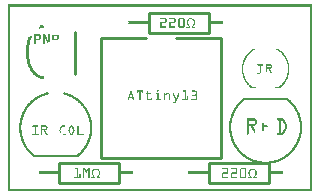
<source format=gto>
G04 MADE WITH FRITZING*
G04 WWW.FRITZING.ORG*
G04 DOUBLE SIDED*
G04 HOLES PLATED*
G04 CONTOUR ON CENTER OF CONTOUR VECTOR*
%ASAXBY*%
%FSLAX23Y23*%
%MOIN*%
%OFA0B0*%
%SFA1.0B1.0*%
%ADD10C,0.010000*%
%ADD11C,0.007874*%
%ADD12R,0.001000X0.001000*%
%LNSILK1*%
G90*
G70*
G54D10*
X310Y512D02*
X310Y112D01*
D02*
X310Y112D02*
X710Y112D01*
D02*
X710Y112D02*
X710Y512D01*
D02*
X310Y512D02*
X460Y512D01*
D02*
X560Y512D02*
X710Y512D01*
D02*
X670Y95D02*
X870Y95D01*
D02*
X870Y95D02*
X870Y29D01*
D02*
X870Y29D02*
X670Y29D01*
D02*
X670Y29D02*
X670Y95D01*
D02*
X470Y595D02*
X670Y595D01*
D02*
X670Y595D02*
X670Y529D01*
D02*
X670Y529D02*
X470Y529D01*
D02*
X470Y529D02*
X470Y595D01*
D02*
X224Y532D02*
X224Y392D01*
D02*
X170Y95D02*
X370Y95D01*
D02*
X370Y95D02*
X370Y29D01*
D02*
X370Y29D02*
X170Y29D01*
D02*
X170Y29D02*
X170Y95D01*
G54D11*
X931Y308D02*
X789Y308D01*
D02*
G54D12*
X0Y624D02*
X1015Y624D01*
X0Y623D02*
X1015Y623D01*
X0Y622D02*
X1015Y622D01*
X0Y621D02*
X1015Y621D01*
X0Y620D02*
X1015Y620D01*
X0Y619D02*
X1015Y619D01*
X0Y618D02*
X1015Y618D01*
X0Y617D02*
X1015Y617D01*
X0Y616D02*
X7Y616D01*
X1008Y616D02*
X1015Y616D01*
X0Y615D02*
X7Y615D01*
X1008Y615D02*
X1015Y615D01*
X0Y614D02*
X7Y614D01*
X1008Y614D02*
X1015Y614D01*
X0Y613D02*
X7Y613D01*
X1008Y613D02*
X1015Y613D01*
X0Y612D02*
X7Y612D01*
X1008Y612D02*
X1015Y612D01*
X0Y611D02*
X7Y611D01*
X1008Y611D02*
X1015Y611D01*
X0Y610D02*
X7Y610D01*
X1008Y610D02*
X1015Y610D01*
X0Y609D02*
X7Y609D01*
X1008Y609D02*
X1015Y609D01*
X0Y608D02*
X7Y608D01*
X1008Y608D02*
X1015Y608D01*
X0Y607D02*
X7Y607D01*
X1008Y607D02*
X1015Y607D01*
X0Y606D02*
X7Y606D01*
X1008Y606D02*
X1015Y606D01*
X0Y605D02*
X7Y605D01*
X1008Y605D02*
X1015Y605D01*
X0Y604D02*
X7Y604D01*
X1008Y604D02*
X1015Y604D01*
X0Y603D02*
X7Y603D01*
X1008Y603D02*
X1015Y603D01*
X0Y602D02*
X7Y602D01*
X1008Y602D02*
X1015Y602D01*
X0Y601D02*
X7Y601D01*
X1008Y601D02*
X1015Y601D01*
X0Y600D02*
X7Y600D01*
X1008Y600D02*
X1015Y600D01*
X0Y599D02*
X7Y599D01*
X1008Y599D02*
X1015Y599D01*
X0Y598D02*
X7Y598D01*
X1008Y598D02*
X1015Y598D01*
X0Y597D02*
X7Y597D01*
X1008Y597D02*
X1015Y597D01*
X0Y596D02*
X7Y596D01*
X1008Y596D02*
X1015Y596D01*
X0Y595D02*
X7Y595D01*
X1008Y595D02*
X1015Y595D01*
X0Y594D02*
X7Y594D01*
X1008Y594D02*
X1015Y594D01*
X0Y593D02*
X7Y593D01*
X1008Y593D02*
X1015Y593D01*
X0Y592D02*
X7Y592D01*
X1008Y592D02*
X1015Y592D01*
X0Y591D02*
X7Y591D01*
X1008Y591D02*
X1015Y591D01*
X0Y590D02*
X7Y590D01*
X1008Y590D02*
X1015Y590D01*
X0Y589D02*
X7Y589D01*
X1008Y589D02*
X1015Y589D01*
X0Y588D02*
X7Y588D01*
X1008Y588D02*
X1015Y588D01*
X0Y587D02*
X7Y587D01*
X1008Y587D02*
X1015Y587D01*
X0Y586D02*
X7Y586D01*
X1008Y586D02*
X1015Y586D01*
X0Y585D02*
X7Y585D01*
X1008Y585D02*
X1015Y585D01*
X0Y584D02*
X7Y584D01*
X1008Y584D02*
X1015Y584D01*
X0Y583D02*
X7Y583D01*
X1008Y583D02*
X1015Y583D01*
X0Y582D02*
X7Y582D01*
X1008Y582D02*
X1015Y582D01*
X0Y581D02*
X7Y581D01*
X1008Y581D02*
X1015Y581D01*
X0Y580D02*
X7Y580D01*
X1008Y580D02*
X1015Y580D01*
X0Y579D02*
X7Y579D01*
X510Y579D02*
X526Y579D01*
X540Y579D02*
X556Y579D01*
X572Y579D02*
X586Y579D01*
X1008Y579D02*
X1015Y579D01*
X0Y578D02*
X7Y578D01*
X509Y578D02*
X527Y578D01*
X539Y578D02*
X557Y578D01*
X570Y578D02*
X587Y578D01*
X1008Y578D02*
X1015Y578D01*
X0Y577D02*
X7Y577D01*
X509Y577D02*
X528Y577D01*
X539Y577D02*
X558Y577D01*
X570Y577D02*
X588Y577D01*
X606Y577D02*
X614Y577D01*
X1008Y577D02*
X1015Y577D01*
X0Y576D02*
X7Y576D01*
X509Y576D02*
X528Y576D01*
X539Y576D02*
X558Y576D01*
X569Y576D02*
X589Y576D01*
X604Y576D02*
X617Y576D01*
X1008Y576D02*
X1015Y576D01*
X0Y575D02*
X7Y575D01*
X525Y575D02*
X528Y575D01*
X555Y575D02*
X559Y575D01*
X569Y575D02*
X573Y575D01*
X585Y575D02*
X589Y575D01*
X602Y575D02*
X618Y575D01*
X1008Y575D02*
X1015Y575D01*
X0Y574D02*
X7Y574D01*
X525Y574D02*
X529Y574D01*
X555Y574D02*
X559Y574D01*
X569Y574D02*
X572Y574D01*
X585Y574D02*
X589Y574D01*
X601Y574D02*
X607Y574D01*
X614Y574D02*
X620Y574D01*
X1008Y574D02*
X1015Y574D01*
X0Y573D02*
X7Y573D01*
X525Y573D02*
X529Y573D01*
X555Y573D02*
X559Y573D01*
X569Y573D02*
X572Y573D01*
X585Y573D02*
X589Y573D01*
X600Y573D02*
X605Y573D01*
X616Y573D02*
X621Y573D01*
X1008Y573D02*
X1015Y573D01*
X0Y572D02*
X7Y572D01*
X525Y572D02*
X529Y572D01*
X555Y572D02*
X559Y572D01*
X569Y572D02*
X572Y572D01*
X585Y572D02*
X589Y572D01*
X599Y572D02*
X603Y572D01*
X617Y572D02*
X621Y572D01*
X1008Y572D02*
X1015Y572D01*
X0Y571D02*
X7Y571D01*
X525Y571D02*
X529Y571D01*
X555Y571D02*
X559Y571D01*
X569Y571D02*
X572Y571D01*
X585Y571D02*
X589Y571D01*
X599Y571D02*
X603Y571D01*
X618Y571D02*
X622Y571D01*
X1008Y571D02*
X1015Y571D01*
X0Y570D02*
X7Y570D01*
X525Y570D02*
X529Y570D01*
X555Y570D02*
X559Y570D01*
X569Y570D02*
X572Y570D01*
X585Y570D02*
X589Y570D01*
X598Y570D02*
X602Y570D01*
X619Y570D02*
X623Y570D01*
X1008Y570D02*
X1015Y570D01*
X0Y569D02*
X7Y569D01*
X525Y569D02*
X529Y569D01*
X555Y569D02*
X559Y569D01*
X569Y569D02*
X572Y569D01*
X585Y569D02*
X589Y569D01*
X598Y569D02*
X601Y569D01*
X619Y569D02*
X623Y569D01*
X1008Y569D02*
X1015Y569D01*
X0Y568D02*
X7Y568D01*
X525Y568D02*
X529Y568D01*
X555Y568D02*
X559Y568D01*
X569Y568D02*
X572Y568D01*
X585Y568D02*
X589Y568D01*
X597Y568D02*
X601Y568D01*
X620Y568D02*
X623Y568D01*
X1008Y568D02*
X1015Y568D01*
X0Y567D02*
X7Y567D01*
X402Y567D02*
X469Y567D01*
X525Y567D02*
X529Y567D01*
X555Y567D02*
X559Y567D01*
X569Y567D02*
X572Y567D01*
X585Y567D02*
X589Y567D01*
X597Y567D02*
X601Y567D01*
X620Y567D02*
X624Y567D01*
X669Y567D02*
X717Y567D01*
X1008Y567D02*
X1015Y567D01*
X0Y566D02*
X7Y566D01*
X402Y566D02*
X469Y566D01*
X525Y566D02*
X529Y566D01*
X555Y566D02*
X559Y566D01*
X569Y566D02*
X572Y566D01*
X585Y566D02*
X589Y566D01*
X597Y566D02*
X601Y566D01*
X620Y566D02*
X624Y566D01*
X669Y566D02*
X717Y566D01*
X1008Y566D02*
X1015Y566D01*
X0Y565D02*
X7Y565D01*
X402Y565D02*
X469Y565D01*
X512Y565D02*
X528Y565D01*
X542Y565D02*
X559Y565D01*
X569Y565D02*
X572Y565D01*
X585Y565D02*
X589Y565D01*
X597Y565D02*
X600Y565D01*
X620Y565D02*
X624Y565D01*
X669Y565D02*
X717Y565D01*
X1008Y565D02*
X1015Y565D01*
X0Y564D02*
X7Y564D01*
X403Y564D02*
X469Y564D01*
X510Y564D02*
X528Y564D01*
X540Y564D02*
X558Y564D01*
X569Y564D02*
X572Y564D01*
X585Y564D02*
X589Y564D01*
X597Y564D02*
X600Y564D01*
X620Y564D02*
X624Y564D01*
X669Y564D02*
X716Y564D01*
X1008Y564D02*
X1015Y564D01*
X0Y563D02*
X7Y563D01*
X403Y563D02*
X469Y563D01*
X509Y563D02*
X528Y563D01*
X539Y563D02*
X558Y563D01*
X569Y563D02*
X572Y563D01*
X585Y563D02*
X589Y563D01*
X597Y563D02*
X600Y563D01*
X620Y563D02*
X624Y563D01*
X669Y563D02*
X716Y563D01*
X1008Y563D02*
X1015Y563D01*
X0Y562D02*
X7Y562D01*
X403Y562D02*
X469Y562D01*
X509Y562D02*
X527Y562D01*
X539Y562D02*
X557Y562D01*
X569Y562D02*
X572Y562D01*
X585Y562D02*
X589Y562D01*
X597Y562D02*
X600Y562D01*
X620Y562D02*
X624Y562D01*
X669Y562D02*
X716Y562D01*
X1008Y562D02*
X1015Y562D01*
X0Y561D02*
X7Y561D01*
X402Y561D02*
X469Y561D01*
X509Y561D02*
X525Y561D01*
X539Y561D02*
X555Y561D01*
X569Y561D02*
X572Y561D01*
X585Y561D02*
X589Y561D01*
X597Y561D02*
X601Y561D01*
X620Y561D02*
X624Y561D01*
X669Y561D02*
X716Y561D01*
X1008Y561D02*
X1015Y561D01*
X0Y560D02*
X7Y560D01*
X402Y560D02*
X469Y560D01*
X509Y560D02*
X512Y560D01*
X539Y560D02*
X542Y560D01*
X569Y560D02*
X572Y560D01*
X585Y560D02*
X589Y560D01*
X597Y560D02*
X601Y560D01*
X620Y560D02*
X624Y560D01*
X669Y560D02*
X717Y560D01*
X1008Y560D02*
X1015Y560D01*
X0Y559D02*
X7Y559D01*
X402Y559D02*
X469Y559D01*
X509Y559D02*
X512Y559D01*
X539Y559D02*
X542Y559D01*
X569Y559D02*
X572Y559D01*
X585Y559D02*
X589Y559D01*
X598Y559D02*
X601Y559D01*
X620Y559D02*
X623Y559D01*
X669Y559D02*
X717Y559D01*
X1008Y559D02*
X1015Y559D01*
X0Y558D02*
X7Y558D01*
X402Y558D02*
X468Y558D01*
X509Y558D02*
X512Y558D01*
X539Y558D02*
X542Y558D01*
X569Y558D02*
X572Y558D01*
X585Y558D02*
X589Y558D01*
X598Y558D02*
X601Y558D01*
X620Y558D02*
X623Y558D01*
X670Y558D02*
X717Y558D01*
X1008Y558D02*
X1015Y558D01*
X0Y557D02*
X7Y557D01*
X509Y557D02*
X512Y557D01*
X539Y557D02*
X542Y557D01*
X569Y557D02*
X572Y557D01*
X585Y557D02*
X589Y557D01*
X598Y557D02*
X602Y557D01*
X619Y557D02*
X623Y557D01*
X1008Y557D02*
X1015Y557D01*
X0Y556D02*
X7Y556D01*
X509Y556D02*
X512Y556D01*
X539Y556D02*
X542Y556D01*
X569Y556D02*
X572Y556D01*
X585Y556D02*
X589Y556D01*
X599Y556D02*
X602Y556D01*
X619Y556D02*
X622Y556D01*
X1008Y556D02*
X1015Y556D01*
X0Y555D02*
X7Y555D01*
X509Y555D02*
X512Y555D01*
X539Y555D02*
X542Y555D01*
X569Y555D02*
X572Y555D01*
X585Y555D02*
X589Y555D01*
X599Y555D02*
X603Y555D01*
X618Y555D02*
X621Y555D01*
X1008Y555D02*
X1015Y555D01*
X0Y554D02*
X7Y554D01*
X110Y554D02*
X118Y554D01*
X509Y554D02*
X512Y554D01*
X539Y554D02*
X542Y554D01*
X569Y554D02*
X572Y554D01*
X585Y554D02*
X589Y554D01*
X600Y554D02*
X603Y554D01*
X618Y554D02*
X621Y554D01*
X1008Y554D02*
X1015Y554D01*
X0Y553D02*
X7Y553D01*
X108Y553D02*
X118Y553D01*
X509Y553D02*
X512Y553D01*
X539Y553D02*
X542Y553D01*
X569Y553D02*
X572Y553D01*
X585Y553D02*
X589Y553D01*
X601Y553D02*
X604Y553D01*
X617Y553D02*
X620Y553D01*
X1008Y553D02*
X1015Y553D01*
X0Y552D02*
X7Y552D01*
X107Y552D02*
X118Y552D01*
X509Y552D02*
X512Y552D01*
X539Y552D02*
X542Y552D01*
X569Y552D02*
X572Y552D01*
X585Y552D02*
X589Y552D01*
X602Y552D02*
X605Y552D01*
X616Y552D02*
X619Y552D01*
X1008Y552D02*
X1015Y552D01*
X0Y551D02*
X7Y551D01*
X107Y551D02*
X119Y551D01*
X509Y551D02*
X526Y551D01*
X539Y551D02*
X556Y551D01*
X569Y551D02*
X589Y551D01*
X603Y551D02*
X606Y551D01*
X615Y551D02*
X618Y551D01*
X1008Y551D02*
X1015Y551D01*
X0Y550D02*
X7Y550D01*
X107Y550D02*
X119Y550D01*
X509Y550D02*
X528Y550D01*
X539Y550D02*
X558Y550D01*
X569Y550D02*
X589Y550D01*
X603Y550D02*
X607Y550D01*
X614Y550D02*
X617Y550D01*
X1008Y550D02*
X1015Y550D01*
X0Y549D02*
X7Y549D01*
X106Y549D02*
X119Y549D01*
X509Y549D02*
X528Y549D01*
X539Y549D02*
X559Y549D01*
X570Y549D02*
X588Y549D01*
X596Y549D02*
X607Y549D01*
X614Y549D02*
X625Y549D01*
X1008Y549D02*
X1015Y549D01*
X0Y548D02*
X7Y548D01*
X106Y548D02*
X119Y548D01*
X509Y548D02*
X528Y548D01*
X539Y548D02*
X558Y548D01*
X570Y548D02*
X587Y548D01*
X596Y548D02*
X607Y548D01*
X614Y548D02*
X625Y548D01*
X1008Y548D02*
X1015Y548D01*
X0Y547D02*
X7Y547D01*
X106Y547D02*
X120Y547D01*
X509Y547D02*
X527Y547D01*
X539Y547D02*
X557Y547D01*
X572Y547D02*
X586Y547D01*
X596Y547D02*
X607Y547D01*
X614Y547D02*
X625Y547D01*
X1008Y547D02*
X1015Y547D01*
X0Y546D02*
X7Y546D01*
X105Y546D02*
X120Y546D01*
X1008Y546D02*
X1015Y546D01*
X0Y545D02*
X7Y545D01*
X105Y545D02*
X117Y545D01*
X1008Y545D02*
X1015Y545D01*
X0Y544D02*
X7Y544D01*
X105Y544D02*
X110Y544D01*
X1008Y544D02*
X1015Y544D01*
X0Y543D02*
X7Y543D01*
X104Y543D02*
X107Y543D01*
X1008Y543D02*
X1015Y543D01*
X0Y542D02*
X7Y542D01*
X104Y542D02*
X104Y542D01*
X1008Y542D02*
X1015Y542D01*
X0Y541D02*
X7Y541D01*
X1008Y541D02*
X1015Y541D01*
X0Y540D02*
X7Y540D01*
X1008Y540D02*
X1015Y540D01*
X0Y539D02*
X7Y539D01*
X1008Y539D02*
X1015Y539D01*
X0Y538D02*
X7Y538D01*
X1008Y538D02*
X1015Y538D01*
X0Y537D02*
X7Y537D01*
X1008Y537D02*
X1015Y537D01*
X0Y536D02*
X7Y536D01*
X1008Y536D02*
X1015Y536D01*
X0Y535D02*
X7Y535D01*
X1008Y535D02*
X1015Y535D01*
X0Y534D02*
X7Y534D01*
X1008Y534D02*
X1015Y534D01*
X0Y533D02*
X7Y533D01*
X1008Y533D02*
X1015Y533D01*
X0Y532D02*
X7Y532D01*
X1008Y532D02*
X1015Y532D01*
X0Y531D02*
X7Y531D01*
X1008Y531D02*
X1015Y531D01*
X0Y530D02*
X7Y530D01*
X1008Y530D02*
X1015Y530D01*
X0Y529D02*
X7Y529D01*
X1008Y529D02*
X1015Y529D01*
X0Y528D02*
X7Y528D01*
X1008Y528D02*
X1015Y528D01*
X0Y527D02*
X7Y527D01*
X1008Y527D02*
X1015Y527D01*
X0Y526D02*
X7Y526D01*
X1008Y526D02*
X1015Y526D01*
X0Y525D02*
X7Y525D01*
X1008Y525D02*
X1015Y525D01*
X0Y524D02*
X7Y524D01*
X89Y524D02*
X104Y524D01*
X119Y524D02*
X124Y524D01*
X137Y524D02*
X138Y524D01*
X1008Y524D02*
X1015Y524D01*
X0Y523D02*
X7Y523D01*
X89Y523D02*
X106Y523D01*
X119Y523D02*
X124Y523D01*
X136Y523D02*
X139Y523D01*
X1008Y523D02*
X1015Y523D01*
X0Y522D02*
X7Y522D01*
X89Y522D02*
X107Y522D01*
X119Y522D02*
X125Y522D01*
X136Y522D02*
X139Y522D01*
X1008Y522D02*
X1015Y522D01*
X0Y521D02*
X7Y521D01*
X89Y521D02*
X108Y521D01*
X119Y521D02*
X125Y521D01*
X136Y521D02*
X139Y521D01*
X149Y521D02*
X152Y521D01*
X168Y521D02*
X168Y521D01*
X1008Y521D02*
X1015Y521D01*
X0Y520D02*
X7Y520D01*
X83Y520D02*
X83Y520D01*
X89Y520D02*
X109Y520D01*
X119Y520D02*
X126Y520D01*
X136Y520D02*
X139Y520D01*
X149Y520D02*
X169Y520D01*
X1008Y520D02*
X1015Y520D01*
X0Y519D02*
X7Y519D01*
X80Y519D02*
X82Y519D01*
X89Y519D02*
X92Y519D01*
X105Y519D02*
X109Y519D01*
X119Y519D02*
X126Y519D01*
X136Y519D02*
X139Y519D01*
X149Y519D02*
X153Y519D01*
X166Y519D02*
X169Y519D01*
X1008Y519D02*
X1015Y519D01*
X0Y518D02*
X7Y518D01*
X78Y518D02*
X82Y518D01*
X89Y518D02*
X92Y518D01*
X106Y518D02*
X109Y518D01*
X119Y518D02*
X127Y518D01*
X136Y518D02*
X139Y518D01*
X149Y518D02*
X153Y518D01*
X166Y518D02*
X169Y518D01*
X1008Y518D02*
X1015Y518D01*
X0Y517D02*
X7Y517D01*
X75Y517D02*
X81Y517D01*
X89Y517D02*
X92Y517D01*
X106Y517D02*
X109Y517D01*
X119Y517D02*
X127Y517D01*
X136Y517D02*
X139Y517D01*
X149Y517D02*
X153Y517D01*
X166Y517D02*
X169Y517D01*
X1008Y517D02*
X1015Y517D01*
X0Y516D02*
X7Y516D01*
X72Y516D02*
X81Y516D01*
X89Y516D02*
X92Y516D01*
X106Y516D02*
X109Y516D01*
X119Y516D02*
X127Y516D01*
X136Y516D02*
X139Y516D01*
X149Y516D02*
X153Y516D01*
X166Y516D02*
X169Y516D01*
X1008Y516D02*
X1015Y516D01*
X0Y515D02*
X7Y515D01*
X70Y515D02*
X80Y515D01*
X89Y515D02*
X92Y515D01*
X106Y515D02*
X109Y515D01*
X119Y515D02*
X122Y515D01*
X124Y515D02*
X128Y515D01*
X136Y515D02*
X139Y515D01*
X149Y515D02*
X153Y515D01*
X166Y515D02*
X169Y515D01*
X1008Y515D02*
X1015Y515D01*
X0Y514D02*
X7Y514D01*
X70Y514D02*
X80Y514D01*
X89Y514D02*
X92Y514D01*
X106Y514D02*
X109Y514D01*
X119Y514D02*
X122Y514D01*
X125Y514D02*
X128Y514D01*
X136Y514D02*
X139Y514D01*
X149Y514D02*
X153Y514D01*
X166Y514D02*
X169Y514D01*
X1008Y514D02*
X1015Y514D01*
X0Y513D02*
X7Y513D01*
X69Y513D02*
X79Y513D01*
X89Y513D02*
X92Y513D01*
X106Y513D02*
X109Y513D01*
X119Y513D02*
X122Y513D01*
X125Y513D02*
X129Y513D01*
X136Y513D02*
X139Y513D01*
X149Y513D02*
X153Y513D01*
X166Y513D02*
X169Y513D01*
X1008Y513D02*
X1015Y513D01*
X0Y512D02*
X7Y512D01*
X69Y512D02*
X79Y512D01*
X89Y512D02*
X92Y512D01*
X106Y512D02*
X109Y512D01*
X119Y512D02*
X122Y512D01*
X126Y512D02*
X129Y512D01*
X136Y512D02*
X139Y512D01*
X149Y512D02*
X153Y512D01*
X166Y512D02*
X169Y512D01*
X1008Y512D02*
X1015Y512D01*
X0Y511D02*
X7Y511D01*
X69Y511D02*
X78Y511D01*
X89Y511D02*
X92Y511D01*
X106Y511D02*
X109Y511D01*
X119Y511D02*
X122Y511D01*
X126Y511D02*
X130Y511D01*
X136Y511D02*
X139Y511D01*
X149Y511D02*
X153Y511D01*
X166Y511D02*
X169Y511D01*
X1008Y511D02*
X1015Y511D01*
X0Y510D02*
X7Y510D01*
X68Y510D02*
X78Y510D01*
X89Y510D02*
X92Y510D01*
X106Y510D02*
X109Y510D01*
X119Y510D02*
X122Y510D01*
X126Y510D02*
X130Y510D01*
X136Y510D02*
X139Y510D01*
X149Y510D02*
X153Y510D01*
X166Y510D02*
X169Y510D01*
X1008Y510D02*
X1015Y510D01*
X0Y509D02*
X7Y509D01*
X68Y509D02*
X77Y509D01*
X89Y509D02*
X92Y509D01*
X105Y509D02*
X109Y509D01*
X119Y509D02*
X122Y509D01*
X127Y509D02*
X130Y509D01*
X136Y509D02*
X139Y509D01*
X149Y509D02*
X153Y509D01*
X165Y509D02*
X169Y509D01*
X1008Y509D02*
X1015Y509D01*
X0Y508D02*
X7Y508D01*
X68Y508D02*
X77Y508D01*
X89Y508D02*
X108Y508D01*
X119Y508D02*
X122Y508D01*
X127Y508D02*
X131Y508D01*
X136Y508D02*
X139Y508D01*
X149Y508D02*
X169Y508D01*
X1008Y508D02*
X1015Y508D01*
X0Y507D02*
X7Y507D01*
X67Y507D02*
X77Y507D01*
X89Y507D02*
X108Y507D01*
X119Y507D02*
X122Y507D01*
X128Y507D02*
X131Y507D01*
X136Y507D02*
X139Y507D01*
X149Y507D02*
X168Y507D01*
X1008Y507D02*
X1015Y507D01*
X0Y506D02*
X7Y506D01*
X67Y506D02*
X76Y506D01*
X89Y506D02*
X107Y506D01*
X119Y506D02*
X122Y506D01*
X128Y506D02*
X132Y506D01*
X136Y506D02*
X139Y506D01*
X149Y506D02*
X167Y506D01*
X1008Y506D02*
X1015Y506D01*
X0Y505D02*
X7Y505D01*
X67Y505D02*
X76Y505D01*
X89Y505D02*
X106Y505D01*
X119Y505D02*
X122Y505D01*
X129Y505D02*
X132Y505D01*
X136Y505D02*
X139Y505D01*
X149Y505D02*
X155Y505D01*
X165Y505D02*
X166Y505D01*
X1008Y505D02*
X1015Y505D01*
X0Y504D02*
X7Y504D01*
X66Y504D02*
X76Y504D01*
X89Y504D02*
X93Y504D01*
X119Y504D02*
X122Y504D01*
X129Y504D02*
X133Y504D01*
X136Y504D02*
X139Y504D01*
X149Y504D02*
X149Y504D01*
X1008Y504D02*
X1015Y504D01*
X0Y503D02*
X7Y503D01*
X66Y503D02*
X75Y503D01*
X89Y503D02*
X92Y503D01*
X119Y503D02*
X122Y503D01*
X129Y503D02*
X133Y503D01*
X136Y503D02*
X139Y503D01*
X1008Y503D02*
X1015Y503D01*
X0Y502D02*
X7Y502D01*
X66Y502D02*
X75Y502D01*
X89Y502D02*
X92Y502D01*
X119Y502D02*
X122Y502D01*
X130Y502D02*
X134Y502D01*
X136Y502D02*
X139Y502D01*
X1008Y502D02*
X1015Y502D01*
X0Y501D02*
X7Y501D01*
X65Y501D02*
X75Y501D01*
X89Y501D02*
X92Y501D01*
X119Y501D02*
X122Y501D01*
X130Y501D02*
X134Y501D01*
X136Y501D02*
X139Y501D01*
X1008Y501D02*
X1015Y501D01*
X0Y500D02*
X7Y500D01*
X65Y500D02*
X74Y500D01*
X89Y500D02*
X92Y500D01*
X119Y500D02*
X122Y500D01*
X131Y500D02*
X139Y500D01*
X1008Y500D02*
X1015Y500D01*
X0Y499D02*
X7Y499D01*
X65Y499D02*
X74Y499D01*
X89Y499D02*
X92Y499D01*
X119Y499D02*
X122Y499D01*
X131Y499D02*
X137Y499D01*
X1008Y499D02*
X1015Y499D01*
X0Y498D02*
X7Y498D01*
X65Y498D02*
X74Y498D01*
X89Y498D02*
X92Y498D01*
X119Y498D02*
X122Y498D01*
X132Y498D02*
X136Y498D01*
X1008Y498D02*
X1015Y498D01*
X0Y497D02*
X7Y497D01*
X64Y497D02*
X74Y497D01*
X89Y497D02*
X92Y497D01*
X119Y497D02*
X122Y497D01*
X132Y497D02*
X134Y497D01*
X1008Y497D02*
X1015Y497D01*
X0Y496D02*
X7Y496D01*
X64Y496D02*
X73Y496D01*
X89Y496D02*
X92Y496D01*
X119Y496D02*
X122Y496D01*
X133Y496D02*
X133Y496D01*
X1008Y496D02*
X1015Y496D01*
X0Y495D02*
X7Y495D01*
X64Y495D02*
X73Y495D01*
X89Y495D02*
X92Y495D01*
X119Y495D02*
X122Y495D01*
X1008Y495D02*
X1015Y495D01*
X0Y494D02*
X7Y494D01*
X64Y494D02*
X73Y494D01*
X89Y494D02*
X92Y494D01*
X119Y494D02*
X122Y494D01*
X1008Y494D02*
X1015Y494D01*
X0Y493D02*
X7Y493D01*
X63Y493D02*
X73Y493D01*
X89Y493D02*
X92Y493D01*
X119Y493D02*
X122Y493D01*
X1008Y493D02*
X1015Y493D01*
X0Y492D02*
X7Y492D01*
X63Y492D02*
X72Y492D01*
X90Y492D02*
X91Y492D01*
X120Y492D02*
X121Y492D01*
X1008Y492D02*
X1015Y492D01*
X0Y491D02*
X7Y491D01*
X63Y491D02*
X72Y491D01*
X1008Y491D02*
X1015Y491D01*
X0Y490D02*
X7Y490D01*
X63Y490D02*
X72Y490D01*
X1008Y490D02*
X1015Y490D01*
X0Y489D02*
X7Y489D01*
X63Y489D02*
X72Y489D01*
X1008Y489D02*
X1015Y489D01*
X0Y488D02*
X7Y488D01*
X62Y488D02*
X72Y488D01*
X1008Y488D02*
X1015Y488D01*
X0Y487D02*
X7Y487D01*
X62Y487D02*
X71Y487D01*
X1008Y487D02*
X1015Y487D01*
X0Y486D02*
X7Y486D01*
X62Y486D02*
X71Y486D01*
X1008Y486D02*
X1015Y486D01*
X0Y485D02*
X7Y485D01*
X62Y485D02*
X71Y485D01*
X1008Y485D02*
X1015Y485D01*
X0Y484D02*
X7Y484D01*
X62Y484D02*
X71Y484D01*
X1008Y484D02*
X1015Y484D01*
X0Y483D02*
X7Y483D01*
X62Y483D02*
X71Y483D01*
X1008Y483D02*
X1015Y483D01*
X0Y482D02*
X7Y482D01*
X62Y482D02*
X71Y482D01*
X1008Y482D02*
X1015Y482D01*
X0Y481D02*
X7Y481D01*
X61Y481D02*
X70Y481D01*
X1008Y481D02*
X1015Y481D01*
X0Y480D02*
X7Y480D01*
X61Y480D02*
X70Y480D01*
X1008Y480D02*
X1015Y480D01*
X0Y479D02*
X7Y479D01*
X61Y479D02*
X70Y479D01*
X1008Y479D02*
X1015Y479D01*
X0Y478D02*
X7Y478D01*
X61Y478D02*
X70Y478D01*
X1008Y478D02*
X1015Y478D01*
X0Y477D02*
X7Y477D01*
X61Y477D02*
X70Y477D01*
X897Y477D02*
X898Y477D01*
X1008Y477D02*
X1015Y477D01*
X0Y476D02*
X7Y476D01*
X61Y476D02*
X70Y476D01*
X819Y476D02*
X821Y476D01*
X896Y476D02*
X900Y476D01*
X1008Y476D02*
X1015Y476D01*
X0Y475D02*
X7Y475D01*
X61Y475D02*
X70Y475D01*
X817Y475D02*
X822Y475D01*
X896Y475D02*
X901Y475D01*
X1008Y475D02*
X1015Y475D01*
X0Y474D02*
X7Y474D01*
X61Y474D02*
X70Y474D01*
X816Y474D02*
X822Y474D01*
X896Y474D02*
X903Y474D01*
X1008Y474D02*
X1015Y474D01*
X0Y473D02*
X7Y473D01*
X61Y473D02*
X70Y473D01*
X814Y473D02*
X822Y473D01*
X896Y473D02*
X904Y473D01*
X1008Y473D02*
X1015Y473D01*
X0Y472D02*
X7Y472D01*
X61Y472D02*
X70Y472D01*
X813Y472D02*
X821Y472D01*
X898Y472D02*
X906Y472D01*
X1008Y472D02*
X1015Y472D01*
X0Y471D02*
X7Y471D01*
X61Y471D02*
X70Y471D01*
X811Y471D02*
X819Y471D01*
X899Y471D02*
X907Y471D01*
X1008Y471D02*
X1015Y471D01*
X0Y470D02*
X7Y470D01*
X61Y470D02*
X70Y470D01*
X810Y470D02*
X818Y470D01*
X901Y470D02*
X908Y470D01*
X1008Y470D02*
X1015Y470D01*
X0Y469D02*
X7Y469D01*
X61Y469D02*
X70Y469D01*
X809Y469D02*
X816Y469D01*
X902Y469D02*
X910Y469D01*
X1008Y469D02*
X1015Y469D01*
X0Y468D02*
X7Y468D01*
X61Y468D02*
X70Y468D01*
X808Y468D02*
X815Y468D01*
X904Y468D02*
X911Y468D01*
X1008Y468D02*
X1015Y468D01*
X0Y467D02*
X7Y467D01*
X61Y467D02*
X70Y467D01*
X807Y467D02*
X814Y467D01*
X905Y467D02*
X912Y467D01*
X1008Y467D02*
X1015Y467D01*
X0Y466D02*
X7Y466D01*
X61Y466D02*
X70Y466D01*
X806Y466D02*
X812Y466D01*
X906Y466D02*
X913Y466D01*
X1008Y466D02*
X1015Y466D01*
X0Y465D02*
X7Y465D01*
X61Y465D02*
X70Y465D01*
X805Y465D02*
X811Y465D01*
X907Y465D02*
X914Y465D01*
X1008Y465D02*
X1015Y465D01*
X0Y464D02*
X7Y464D01*
X61Y464D02*
X70Y464D01*
X804Y464D02*
X810Y464D01*
X909Y464D02*
X915Y464D01*
X1008Y464D02*
X1015Y464D01*
X0Y463D02*
X7Y463D01*
X61Y463D02*
X70Y463D01*
X803Y463D02*
X809Y463D01*
X910Y463D02*
X916Y463D01*
X1008Y463D02*
X1015Y463D01*
X0Y462D02*
X7Y462D01*
X61Y462D02*
X70Y462D01*
X802Y462D02*
X808Y462D01*
X911Y462D02*
X917Y462D01*
X1008Y462D02*
X1015Y462D01*
X0Y461D02*
X7Y461D01*
X61Y461D02*
X70Y461D01*
X801Y461D02*
X807Y461D01*
X912Y461D02*
X918Y461D01*
X1008Y461D02*
X1015Y461D01*
X0Y460D02*
X7Y460D01*
X61Y460D02*
X70Y460D01*
X800Y460D02*
X806Y460D01*
X913Y460D02*
X919Y460D01*
X1008Y460D02*
X1015Y460D01*
X0Y459D02*
X7Y459D01*
X61Y459D02*
X70Y459D01*
X799Y459D02*
X805Y459D01*
X914Y459D02*
X920Y459D01*
X1008Y459D02*
X1015Y459D01*
X0Y458D02*
X7Y458D01*
X61Y458D02*
X70Y458D01*
X798Y458D02*
X804Y458D01*
X915Y458D02*
X920Y458D01*
X1008Y458D02*
X1015Y458D01*
X0Y457D02*
X7Y457D01*
X61Y457D02*
X70Y457D01*
X797Y457D02*
X803Y457D01*
X916Y457D02*
X921Y457D01*
X1008Y457D02*
X1015Y457D01*
X0Y456D02*
X7Y456D01*
X61Y456D02*
X70Y456D01*
X797Y456D02*
X802Y456D01*
X916Y456D02*
X922Y456D01*
X1008Y456D02*
X1015Y456D01*
X0Y455D02*
X7Y455D01*
X61Y455D02*
X70Y455D01*
X796Y455D02*
X801Y455D01*
X917Y455D02*
X923Y455D01*
X1008Y455D02*
X1015Y455D01*
X0Y454D02*
X7Y454D01*
X61Y454D02*
X70Y454D01*
X795Y454D02*
X801Y454D01*
X918Y454D02*
X923Y454D01*
X1008Y454D02*
X1015Y454D01*
X0Y453D02*
X7Y453D01*
X61Y453D02*
X70Y453D01*
X795Y453D02*
X800Y453D01*
X919Y453D02*
X924Y453D01*
X1008Y453D02*
X1015Y453D01*
X0Y452D02*
X7Y452D01*
X61Y452D02*
X70Y452D01*
X794Y452D02*
X799Y452D01*
X920Y452D02*
X925Y452D01*
X1008Y452D02*
X1015Y452D01*
X0Y451D02*
X7Y451D01*
X61Y451D02*
X70Y451D01*
X793Y451D02*
X798Y451D01*
X920Y451D02*
X925Y451D01*
X1008Y451D02*
X1015Y451D01*
X0Y450D02*
X7Y450D01*
X61Y450D02*
X70Y450D01*
X792Y450D02*
X798Y450D01*
X921Y450D02*
X926Y450D01*
X1008Y450D02*
X1015Y450D01*
X0Y449D02*
X7Y449D01*
X61Y449D02*
X70Y449D01*
X792Y449D02*
X797Y449D01*
X922Y449D02*
X927Y449D01*
X1008Y449D02*
X1015Y449D01*
X0Y448D02*
X7Y448D01*
X62Y448D02*
X71Y448D01*
X791Y448D02*
X796Y448D01*
X922Y448D02*
X927Y448D01*
X1008Y448D02*
X1015Y448D01*
X0Y447D02*
X7Y447D01*
X62Y447D02*
X71Y447D01*
X791Y447D02*
X796Y447D01*
X923Y447D02*
X928Y447D01*
X1008Y447D02*
X1015Y447D01*
X0Y446D02*
X7Y446D01*
X62Y446D02*
X71Y446D01*
X790Y446D02*
X795Y446D01*
X924Y446D02*
X928Y446D01*
X1008Y446D02*
X1015Y446D01*
X0Y445D02*
X7Y445D01*
X62Y445D02*
X71Y445D01*
X790Y445D02*
X794Y445D01*
X924Y445D02*
X929Y445D01*
X1008Y445D02*
X1015Y445D01*
X0Y444D02*
X7Y444D01*
X62Y444D02*
X71Y444D01*
X789Y444D02*
X794Y444D01*
X925Y444D02*
X929Y444D01*
X1008Y444D02*
X1015Y444D01*
X0Y443D02*
X7Y443D01*
X62Y443D02*
X71Y443D01*
X789Y443D02*
X793Y443D01*
X925Y443D02*
X930Y443D01*
X1008Y443D02*
X1015Y443D01*
X0Y442D02*
X7Y442D01*
X63Y442D02*
X72Y442D01*
X788Y442D02*
X793Y442D01*
X926Y442D02*
X930Y442D01*
X1008Y442D02*
X1015Y442D01*
X0Y441D02*
X7Y441D01*
X63Y441D02*
X72Y441D01*
X788Y441D02*
X792Y441D01*
X926Y441D02*
X931Y441D01*
X1008Y441D02*
X1015Y441D01*
X0Y440D02*
X7Y440D01*
X63Y440D02*
X72Y440D01*
X787Y440D02*
X792Y440D01*
X927Y440D02*
X931Y440D01*
X1008Y440D02*
X1015Y440D01*
X0Y439D02*
X7Y439D01*
X63Y439D02*
X72Y439D01*
X787Y439D02*
X791Y439D01*
X927Y439D02*
X932Y439D01*
X1008Y439D02*
X1015Y439D01*
X0Y438D02*
X7Y438D01*
X63Y438D02*
X72Y438D01*
X786Y438D02*
X791Y438D01*
X928Y438D02*
X932Y438D01*
X1008Y438D02*
X1015Y438D01*
X0Y437D02*
X7Y437D01*
X63Y437D02*
X73Y437D01*
X786Y437D02*
X790Y437D01*
X928Y437D02*
X932Y437D01*
X1008Y437D02*
X1015Y437D01*
X0Y436D02*
X7Y436D01*
X64Y436D02*
X73Y436D01*
X786Y436D02*
X790Y436D01*
X929Y436D02*
X933Y436D01*
X1008Y436D02*
X1015Y436D01*
X0Y435D02*
X7Y435D01*
X64Y435D02*
X73Y435D01*
X785Y435D02*
X790Y435D01*
X929Y435D02*
X933Y435D01*
X1008Y435D02*
X1015Y435D01*
X0Y434D02*
X7Y434D01*
X64Y434D02*
X73Y434D01*
X785Y434D02*
X789Y434D01*
X929Y434D02*
X934Y434D01*
X1008Y434D02*
X1015Y434D01*
X0Y433D02*
X7Y433D01*
X64Y433D02*
X74Y433D01*
X785Y433D02*
X789Y433D01*
X930Y433D02*
X934Y433D01*
X1008Y433D02*
X1015Y433D01*
X0Y432D02*
X7Y432D01*
X65Y432D02*
X74Y432D01*
X784Y432D02*
X789Y432D01*
X930Y432D02*
X934Y432D01*
X1008Y432D02*
X1015Y432D01*
X0Y431D02*
X7Y431D01*
X65Y431D02*
X74Y431D01*
X784Y431D02*
X788Y431D01*
X931Y431D02*
X934Y431D01*
X1008Y431D02*
X1015Y431D01*
X0Y430D02*
X7Y430D01*
X65Y430D02*
X74Y430D01*
X784Y430D02*
X788Y430D01*
X931Y430D02*
X935Y430D01*
X1008Y430D02*
X1015Y430D01*
X0Y429D02*
X7Y429D01*
X65Y429D02*
X75Y429D01*
X783Y429D02*
X788Y429D01*
X931Y429D02*
X935Y429D01*
X1008Y429D02*
X1015Y429D01*
X0Y428D02*
X7Y428D01*
X66Y428D02*
X75Y428D01*
X783Y428D02*
X787Y428D01*
X931Y428D02*
X935Y428D01*
X1008Y428D02*
X1015Y428D01*
X0Y427D02*
X7Y427D01*
X66Y427D02*
X75Y427D01*
X783Y427D02*
X787Y427D01*
X932Y427D02*
X936Y427D01*
X1008Y427D02*
X1015Y427D01*
X0Y426D02*
X7Y426D01*
X66Y426D02*
X76Y426D01*
X783Y426D02*
X787Y426D01*
X932Y426D02*
X936Y426D01*
X1008Y426D02*
X1015Y426D01*
X0Y425D02*
X7Y425D01*
X67Y425D02*
X76Y425D01*
X782Y425D02*
X786Y425D01*
X932Y425D02*
X936Y425D01*
X1008Y425D02*
X1015Y425D01*
X0Y424D02*
X7Y424D01*
X67Y424D02*
X76Y424D01*
X782Y424D02*
X786Y424D01*
X833Y424D02*
X849Y424D01*
X862Y424D02*
X875Y424D01*
X932Y424D02*
X936Y424D01*
X1008Y424D02*
X1015Y424D01*
X0Y423D02*
X7Y423D01*
X67Y423D02*
X77Y423D01*
X782Y423D02*
X786Y423D01*
X832Y423D02*
X851Y423D01*
X861Y423D02*
X878Y423D01*
X933Y423D02*
X936Y423D01*
X1008Y423D02*
X1015Y423D01*
X0Y422D02*
X7Y422D01*
X68Y422D02*
X77Y422D01*
X782Y422D02*
X786Y422D01*
X831Y422D02*
X851Y422D01*
X861Y422D02*
X879Y422D01*
X933Y422D02*
X937Y422D01*
X1008Y422D02*
X1015Y422D01*
X0Y421D02*
X7Y421D01*
X68Y421D02*
X78Y421D01*
X782Y421D02*
X786Y421D01*
X832Y421D02*
X851Y421D01*
X861Y421D02*
X880Y421D01*
X933Y421D02*
X937Y421D01*
X1008Y421D02*
X1015Y421D01*
X0Y420D02*
X7Y420D01*
X68Y420D02*
X78Y420D01*
X782Y420D02*
X785Y420D01*
X833Y420D02*
X850Y420D01*
X861Y420D02*
X881Y420D01*
X933Y420D02*
X937Y420D01*
X1008Y420D02*
X1015Y420D01*
X0Y419D02*
X7Y419D01*
X69Y419D02*
X78Y419D01*
X781Y419D02*
X785Y419D01*
X840Y419D02*
X843Y419D01*
X861Y419D02*
X865Y419D01*
X877Y419D02*
X881Y419D01*
X933Y419D02*
X937Y419D01*
X1008Y419D02*
X1015Y419D01*
X0Y418D02*
X7Y418D01*
X69Y418D02*
X79Y418D01*
X781Y418D02*
X785Y418D01*
X840Y418D02*
X843Y418D01*
X861Y418D02*
X865Y418D01*
X878Y418D02*
X881Y418D01*
X933Y418D02*
X937Y418D01*
X1008Y418D02*
X1015Y418D01*
X0Y417D02*
X7Y417D01*
X69Y417D02*
X79Y417D01*
X781Y417D02*
X785Y417D01*
X840Y417D02*
X843Y417D01*
X861Y417D02*
X865Y417D01*
X878Y417D02*
X881Y417D01*
X934Y417D02*
X937Y417D01*
X1008Y417D02*
X1015Y417D01*
X0Y416D02*
X7Y416D01*
X70Y416D02*
X80Y416D01*
X781Y416D02*
X785Y416D01*
X840Y416D02*
X843Y416D01*
X861Y416D02*
X865Y416D01*
X878Y416D02*
X881Y416D01*
X934Y416D02*
X937Y416D01*
X1008Y416D02*
X1015Y416D01*
X0Y415D02*
X7Y415D01*
X70Y415D02*
X80Y415D01*
X781Y415D02*
X785Y415D01*
X840Y415D02*
X843Y415D01*
X861Y415D02*
X865Y415D01*
X878Y415D02*
X881Y415D01*
X934Y415D02*
X938Y415D01*
X1008Y415D02*
X1015Y415D01*
X0Y414D02*
X7Y414D01*
X71Y414D02*
X81Y414D01*
X781Y414D02*
X785Y414D01*
X840Y414D02*
X843Y414D01*
X861Y414D02*
X865Y414D01*
X877Y414D02*
X881Y414D01*
X934Y414D02*
X938Y414D01*
X1008Y414D02*
X1015Y414D01*
X0Y413D02*
X7Y413D01*
X71Y413D02*
X81Y413D01*
X781Y413D02*
X785Y413D01*
X840Y413D02*
X843Y413D01*
X861Y413D02*
X881Y413D01*
X934Y413D02*
X938Y413D01*
X1008Y413D02*
X1015Y413D01*
X0Y412D02*
X7Y412D01*
X72Y412D02*
X82Y412D01*
X781Y412D02*
X785Y412D01*
X840Y412D02*
X843Y412D01*
X861Y412D02*
X880Y412D01*
X934Y412D02*
X938Y412D01*
X1008Y412D02*
X1015Y412D01*
X0Y411D02*
X7Y411D01*
X72Y411D02*
X82Y411D01*
X781Y411D02*
X785Y411D01*
X840Y411D02*
X843Y411D01*
X861Y411D02*
X879Y411D01*
X934Y411D02*
X938Y411D01*
X1008Y411D02*
X1015Y411D01*
X0Y410D02*
X7Y410D01*
X73Y410D02*
X83Y410D01*
X781Y410D02*
X785Y410D01*
X840Y410D02*
X843Y410D01*
X861Y410D02*
X878Y410D01*
X934Y410D02*
X938Y410D01*
X1008Y410D02*
X1015Y410D01*
X0Y409D02*
X7Y409D01*
X73Y409D02*
X83Y409D01*
X781Y409D02*
X785Y409D01*
X840Y409D02*
X843Y409D01*
X861Y409D02*
X865Y409D01*
X868Y409D02*
X873Y409D01*
X934Y409D02*
X938Y409D01*
X1008Y409D02*
X1015Y409D01*
X0Y408D02*
X7Y408D01*
X74Y408D02*
X84Y408D01*
X781Y408D02*
X785Y408D01*
X840Y408D02*
X843Y408D01*
X861Y408D02*
X865Y408D01*
X869Y408D02*
X873Y408D01*
X934Y408D02*
X938Y408D01*
X1008Y408D02*
X1015Y408D01*
X0Y407D02*
X7Y407D01*
X74Y407D02*
X85Y407D01*
X781Y407D02*
X784Y407D01*
X840Y407D02*
X843Y407D01*
X861Y407D02*
X865Y407D01*
X870Y407D02*
X874Y407D01*
X934Y407D02*
X938Y407D01*
X1008Y407D02*
X1015Y407D01*
X0Y406D02*
X7Y406D01*
X75Y406D02*
X85Y406D01*
X781Y406D02*
X784Y406D01*
X840Y406D02*
X843Y406D01*
X861Y406D02*
X865Y406D01*
X870Y406D02*
X874Y406D01*
X934Y406D02*
X938Y406D01*
X1008Y406D02*
X1015Y406D01*
X0Y405D02*
X7Y405D01*
X75Y405D02*
X86Y405D01*
X781Y405D02*
X784Y405D01*
X840Y405D02*
X843Y405D01*
X861Y405D02*
X865Y405D01*
X871Y405D02*
X875Y405D01*
X934Y405D02*
X938Y405D01*
X1008Y405D02*
X1015Y405D01*
X0Y404D02*
X7Y404D01*
X76Y404D02*
X87Y404D01*
X781Y404D02*
X785Y404D01*
X840Y404D02*
X843Y404D01*
X861Y404D02*
X865Y404D01*
X872Y404D02*
X875Y404D01*
X934Y404D02*
X938Y404D01*
X1008Y404D02*
X1015Y404D01*
X0Y403D02*
X7Y403D01*
X76Y403D02*
X87Y403D01*
X781Y403D02*
X785Y403D01*
X840Y403D02*
X843Y403D01*
X861Y403D02*
X865Y403D01*
X872Y403D02*
X876Y403D01*
X934Y403D02*
X938Y403D01*
X1008Y403D02*
X1015Y403D01*
X0Y402D02*
X7Y402D01*
X77Y402D02*
X88Y402D01*
X781Y402D02*
X785Y402D01*
X840Y402D02*
X843Y402D01*
X861Y402D02*
X865Y402D01*
X873Y402D02*
X877Y402D01*
X934Y402D02*
X938Y402D01*
X1008Y402D02*
X1015Y402D01*
X0Y401D02*
X7Y401D01*
X78Y401D02*
X89Y401D01*
X781Y401D02*
X785Y401D01*
X840Y401D02*
X843Y401D01*
X861Y401D02*
X865Y401D01*
X873Y401D02*
X877Y401D01*
X934Y401D02*
X938Y401D01*
X1008Y401D02*
X1015Y401D01*
X0Y400D02*
X7Y400D01*
X78Y400D02*
X90Y400D01*
X781Y400D02*
X785Y400D01*
X840Y400D02*
X843Y400D01*
X861Y400D02*
X865Y400D01*
X874Y400D02*
X878Y400D01*
X934Y400D02*
X937Y400D01*
X1008Y400D02*
X1015Y400D01*
X0Y399D02*
X7Y399D01*
X79Y399D02*
X90Y399D01*
X781Y399D02*
X785Y399D01*
X840Y399D02*
X843Y399D01*
X864Y399D02*
X865Y399D01*
X874Y399D02*
X878Y399D01*
X934Y399D02*
X937Y399D01*
X1008Y399D02*
X1015Y399D01*
X0Y398D02*
X7Y398D01*
X80Y398D02*
X91Y398D01*
X781Y398D02*
X785Y398D01*
X840Y398D02*
X843Y398D01*
X875Y398D02*
X879Y398D01*
X933Y398D02*
X937Y398D01*
X1008Y398D02*
X1015Y398D01*
X0Y397D02*
X7Y397D01*
X80Y397D02*
X92Y397D01*
X781Y397D02*
X785Y397D01*
X840Y397D02*
X843Y397D01*
X876Y397D02*
X880Y397D01*
X933Y397D02*
X937Y397D01*
X1008Y397D02*
X1015Y397D01*
X0Y396D02*
X7Y396D01*
X81Y396D02*
X93Y396D01*
X782Y396D02*
X785Y396D01*
X839Y396D02*
X843Y396D01*
X876Y396D02*
X880Y396D01*
X933Y396D02*
X937Y396D01*
X1008Y396D02*
X1015Y396D01*
X0Y395D02*
X7Y395D01*
X82Y395D02*
X94Y395D01*
X782Y395D02*
X786Y395D01*
X832Y395D02*
X842Y395D01*
X877Y395D02*
X881Y395D01*
X933Y395D02*
X937Y395D01*
X1008Y395D02*
X1015Y395D01*
X0Y394D02*
X7Y394D01*
X83Y394D02*
X95Y394D01*
X782Y394D02*
X786Y394D01*
X831Y394D02*
X840Y394D01*
X878Y394D02*
X881Y394D01*
X933Y394D02*
X937Y394D01*
X1008Y394D02*
X1015Y394D01*
X0Y393D02*
X7Y393D01*
X84Y393D02*
X97Y393D01*
X782Y393D02*
X786Y393D01*
X831Y393D02*
X839Y393D01*
X880Y393D02*
X881Y393D01*
X932Y393D02*
X936Y393D01*
X1008Y393D02*
X1015Y393D01*
X0Y392D02*
X7Y392D01*
X85Y392D02*
X98Y392D01*
X782Y392D02*
X786Y392D01*
X832Y392D02*
X837Y392D01*
X932Y392D02*
X936Y392D01*
X1008Y392D02*
X1015Y392D01*
X0Y391D02*
X7Y391D01*
X85Y391D02*
X99Y391D01*
X783Y391D02*
X786Y391D01*
X932Y391D02*
X936Y391D01*
X1008Y391D02*
X1015Y391D01*
X0Y390D02*
X7Y390D01*
X86Y390D02*
X101Y390D01*
X783Y390D02*
X787Y390D01*
X932Y390D02*
X936Y390D01*
X1008Y390D02*
X1015Y390D01*
X0Y389D02*
X7Y389D01*
X87Y389D02*
X102Y389D01*
X783Y389D02*
X787Y389D01*
X932Y389D02*
X936Y389D01*
X1008Y389D02*
X1015Y389D01*
X0Y388D02*
X7Y388D01*
X89Y388D02*
X104Y388D01*
X783Y388D02*
X787Y388D01*
X931Y388D02*
X935Y388D01*
X1008Y388D02*
X1015Y388D01*
X0Y387D02*
X7Y387D01*
X90Y387D02*
X107Y387D01*
X784Y387D02*
X788Y387D01*
X931Y387D02*
X935Y387D01*
X1008Y387D02*
X1015Y387D01*
X0Y386D02*
X7Y386D01*
X91Y386D02*
X110Y386D01*
X784Y386D02*
X788Y386D01*
X931Y386D02*
X935Y386D01*
X1008Y386D02*
X1015Y386D01*
X0Y385D02*
X7Y385D01*
X92Y385D02*
X118Y385D01*
X784Y385D02*
X788Y385D01*
X930Y385D02*
X934Y385D01*
X1008Y385D02*
X1015Y385D01*
X0Y384D02*
X7Y384D01*
X93Y384D02*
X120Y384D01*
X784Y384D02*
X788Y384D01*
X930Y384D02*
X934Y384D01*
X1008Y384D02*
X1015Y384D01*
X0Y383D02*
X7Y383D01*
X95Y383D02*
X121Y383D01*
X785Y383D02*
X789Y383D01*
X930Y383D02*
X934Y383D01*
X1008Y383D02*
X1015Y383D01*
X0Y382D02*
X7Y382D01*
X96Y382D02*
X121Y382D01*
X785Y382D02*
X789Y382D01*
X929Y382D02*
X934Y382D01*
X1008Y382D02*
X1015Y382D01*
X0Y381D02*
X7Y381D01*
X98Y381D02*
X121Y381D01*
X785Y381D02*
X790Y381D01*
X929Y381D02*
X933Y381D01*
X1008Y381D02*
X1015Y381D01*
X0Y380D02*
X7Y380D01*
X100Y380D02*
X120Y380D01*
X786Y380D02*
X790Y380D01*
X928Y380D02*
X933Y380D01*
X1008Y380D02*
X1015Y380D01*
X0Y379D02*
X7Y379D01*
X102Y379D02*
X120Y379D01*
X786Y379D02*
X790Y379D01*
X928Y379D02*
X932Y379D01*
X1008Y379D02*
X1015Y379D01*
X0Y378D02*
X7Y378D01*
X104Y378D02*
X120Y378D01*
X787Y378D02*
X791Y378D01*
X928Y378D02*
X932Y378D01*
X1008Y378D02*
X1015Y378D01*
X0Y377D02*
X7Y377D01*
X107Y377D02*
X119Y377D01*
X787Y377D02*
X791Y377D01*
X927Y377D02*
X932Y377D01*
X1008Y377D02*
X1015Y377D01*
X0Y376D02*
X7Y376D01*
X111Y376D02*
X119Y376D01*
X787Y376D02*
X792Y376D01*
X927Y376D02*
X931Y376D01*
X1008Y376D02*
X1015Y376D01*
X0Y375D02*
X7Y375D01*
X788Y375D02*
X792Y375D01*
X926Y375D02*
X931Y375D01*
X1008Y375D02*
X1015Y375D01*
X0Y374D02*
X7Y374D01*
X788Y374D02*
X793Y374D01*
X926Y374D02*
X930Y374D01*
X1008Y374D02*
X1015Y374D01*
X0Y373D02*
X7Y373D01*
X789Y373D02*
X793Y373D01*
X925Y373D02*
X930Y373D01*
X1008Y373D02*
X1015Y373D01*
X0Y372D02*
X7Y372D01*
X789Y372D02*
X794Y372D01*
X925Y372D02*
X929Y372D01*
X1008Y372D02*
X1015Y372D01*
X0Y371D02*
X7Y371D01*
X790Y371D02*
X794Y371D01*
X924Y371D02*
X929Y371D01*
X1008Y371D02*
X1015Y371D01*
X0Y370D02*
X7Y370D01*
X790Y370D02*
X795Y370D01*
X923Y370D02*
X928Y370D01*
X1008Y370D02*
X1015Y370D01*
X0Y369D02*
X7Y369D01*
X791Y369D02*
X796Y369D01*
X923Y369D02*
X928Y369D01*
X1008Y369D02*
X1015Y369D01*
X0Y368D02*
X7Y368D01*
X791Y368D02*
X796Y368D01*
X922Y368D02*
X927Y368D01*
X1008Y368D02*
X1015Y368D01*
X0Y367D02*
X7Y367D01*
X792Y367D02*
X797Y367D01*
X921Y367D02*
X927Y367D01*
X1008Y367D02*
X1015Y367D01*
X0Y366D02*
X7Y366D01*
X793Y366D02*
X798Y366D01*
X921Y366D02*
X926Y366D01*
X1008Y366D02*
X1015Y366D01*
X0Y365D02*
X7Y365D01*
X793Y365D02*
X798Y365D01*
X920Y365D02*
X925Y365D01*
X1008Y365D02*
X1015Y365D01*
X0Y364D02*
X7Y364D01*
X794Y364D02*
X799Y364D01*
X919Y364D02*
X925Y364D01*
X1008Y364D02*
X1015Y364D01*
X0Y363D02*
X7Y363D01*
X795Y363D02*
X800Y363D01*
X919Y363D02*
X924Y363D01*
X1008Y363D02*
X1015Y363D01*
X0Y362D02*
X7Y362D01*
X795Y362D02*
X801Y362D01*
X918Y362D02*
X923Y362D01*
X1008Y362D02*
X1015Y362D01*
X0Y361D02*
X7Y361D01*
X796Y361D02*
X801Y361D01*
X917Y361D02*
X923Y361D01*
X1008Y361D02*
X1015Y361D01*
X0Y360D02*
X7Y360D01*
X797Y360D02*
X802Y360D01*
X916Y360D02*
X922Y360D01*
X1008Y360D02*
X1015Y360D01*
X0Y359D02*
X7Y359D01*
X798Y359D02*
X803Y359D01*
X915Y359D02*
X921Y359D01*
X1008Y359D02*
X1015Y359D01*
X0Y358D02*
X7Y358D01*
X798Y358D02*
X804Y358D01*
X914Y358D02*
X920Y358D01*
X1008Y358D02*
X1015Y358D01*
X0Y357D02*
X7Y357D01*
X799Y357D02*
X805Y357D01*
X914Y357D02*
X919Y357D01*
X1008Y357D02*
X1015Y357D01*
X0Y356D02*
X7Y356D01*
X800Y356D02*
X806Y356D01*
X913Y356D02*
X919Y356D01*
X1008Y356D02*
X1015Y356D01*
X0Y355D02*
X7Y355D01*
X801Y355D02*
X807Y355D01*
X912Y355D02*
X918Y355D01*
X1008Y355D02*
X1015Y355D01*
X0Y354D02*
X7Y354D01*
X802Y354D02*
X808Y354D01*
X911Y354D02*
X917Y354D01*
X1008Y354D02*
X1015Y354D01*
X0Y353D02*
X7Y353D01*
X803Y353D02*
X809Y353D01*
X909Y353D02*
X916Y353D01*
X1008Y353D02*
X1015Y353D01*
X0Y352D02*
X7Y352D01*
X804Y352D02*
X810Y352D01*
X908Y352D02*
X915Y352D01*
X1008Y352D02*
X1015Y352D01*
X0Y351D02*
X7Y351D01*
X805Y351D02*
X812Y351D01*
X907Y351D02*
X914Y351D01*
X1008Y351D02*
X1015Y351D01*
X0Y350D02*
X7Y350D01*
X806Y350D02*
X813Y350D01*
X906Y350D02*
X913Y350D01*
X1008Y350D02*
X1015Y350D01*
X0Y349D02*
X7Y349D01*
X807Y349D02*
X825Y349D01*
X893Y349D02*
X912Y349D01*
X1008Y349D02*
X1015Y349D01*
X0Y348D02*
X7Y348D01*
X808Y348D02*
X826Y348D01*
X893Y348D02*
X911Y348D01*
X1008Y348D02*
X1015Y348D01*
X0Y347D02*
X7Y347D01*
X809Y347D02*
X826Y347D01*
X892Y347D02*
X909Y347D01*
X1008Y347D02*
X1015Y347D01*
X0Y346D02*
X7Y346D01*
X811Y346D02*
X827Y346D01*
X892Y346D02*
X908Y346D01*
X1008Y346D02*
X1015Y346D01*
X0Y345D02*
X7Y345D01*
X812Y345D02*
X827Y345D01*
X891Y345D02*
X907Y345D01*
X1008Y345D02*
X1015Y345D01*
X0Y344D02*
X7Y344D01*
X1008Y344D02*
X1015Y344D01*
X0Y343D02*
X7Y343D01*
X1008Y343D02*
X1015Y343D01*
X0Y342D02*
X7Y342D01*
X1008Y342D02*
X1015Y342D01*
X0Y341D02*
X7Y341D01*
X1008Y341D02*
X1015Y341D01*
X0Y340D02*
X7Y340D01*
X1008Y340D02*
X1015Y340D01*
X0Y339D02*
X7Y339D01*
X1008Y339D02*
X1015Y339D01*
X0Y338D02*
X7Y338D01*
X498Y338D02*
X502Y338D01*
X1008Y338D02*
X1015Y338D01*
X0Y337D02*
X7Y337D01*
X431Y337D02*
X450Y337D01*
X497Y337D02*
X502Y337D01*
X584Y337D02*
X592Y337D01*
X614Y337D02*
X625Y337D01*
X1008Y337D02*
X1015Y337D01*
X0Y336D02*
X7Y336D01*
X409Y336D02*
X412Y336D01*
X431Y336D02*
X451Y336D01*
X497Y336D02*
X502Y336D01*
X582Y336D02*
X593Y336D01*
X612Y336D02*
X626Y336D01*
X1008Y336D02*
X1015Y336D01*
X0Y335D02*
X7Y335D01*
X409Y335D02*
X412Y335D01*
X431Y335D02*
X451Y335D01*
X466Y335D02*
X467Y335D01*
X497Y335D02*
X502Y335D01*
X581Y335D02*
X593Y335D01*
X611Y335D02*
X627Y335D01*
X1008Y335D02*
X1015Y335D01*
X0Y334D02*
X7Y334D01*
X409Y334D02*
X413Y334D01*
X431Y334D02*
X451Y334D01*
X465Y334D02*
X468Y334D01*
X497Y334D02*
X502Y334D01*
X582Y334D02*
X593Y334D01*
X612Y334D02*
X628Y334D01*
X1008Y334D02*
X1015Y334D01*
X0Y333D02*
X7Y333D01*
X408Y333D02*
X413Y333D01*
X431Y333D02*
X451Y333D01*
X465Y333D02*
X468Y333D01*
X499Y333D02*
X501Y333D01*
X583Y333D02*
X593Y333D01*
X613Y333D02*
X629Y333D01*
X1008Y333D02*
X1015Y333D01*
X0Y332D02*
X7Y332D01*
X408Y332D02*
X413Y332D01*
X431Y332D02*
X434Y332D01*
X439Y332D02*
X442Y332D01*
X447Y332D02*
X451Y332D01*
X465Y332D02*
X468Y332D01*
X590Y332D02*
X593Y332D01*
X628Y332D02*
X630Y332D01*
X1008Y332D02*
X1015Y332D01*
X0Y331D02*
X7Y331D01*
X408Y331D02*
X413Y331D01*
X431Y331D02*
X434Y331D01*
X439Y331D02*
X442Y331D01*
X447Y331D02*
X450Y331D01*
X465Y331D02*
X468Y331D01*
X590Y331D02*
X593Y331D01*
X628Y331D02*
X631Y331D01*
X1008Y331D02*
X1015Y331D01*
X0Y330D02*
X7Y330D01*
X129Y330D02*
X132Y330D01*
X187Y330D02*
X190Y330D01*
X407Y330D02*
X414Y330D01*
X431Y330D02*
X433Y330D01*
X439Y330D02*
X442Y330D01*
X448Y330D02*
X450Y330D01*
X465Y330D02*
X468Y330D01*
X590Y330D02*
X593Y330D01*
X628Y330D02*
X631Y330D01*
X1008Y330D02*
X1015Y330D01*
X0Y329D02*
X7Y329D01*
X126Y329D02*
X134Y329D01*
X186Y329D02*
X194Y329D01*
X407Y329D02*
X414Y329D01*
X439Y329D02*
X442Y329D01*
X465Y329D02*
X468Y329D01*
X590Y329D02*
X593Y329D01*
X628Y329D02*
X631Y329D01*
X1008Y329D02*
X1015Y329D01*
X0Y328D02*
X7Y328D01*
X122Y328D02*
X135Y328D01*
X184Y328D02*
X197Y328D01*
X407Y328D02*
X414Y328D01*
X439Y328D02*
X442Y328D01*
X462Y328D02*
X477Y328D01*
X494Y328D02*
X501Y328D01*
X523Y328D02*
X523Y328D01*
X531Y328D02*
X536Y328D01*
X553Y328D02*
X553Y328D01*
X569Y328D02*
X570Y328D01*
X590Y328D02*
X593Y328D01*
X628Y328D02*
X631Y328D01*
X1008Y328D02*
X1015Y328D01*
X0Y327D02*
X7Y327D01*
X120Y327D02*
X137Y327D01*
X183Y327D02*
X200Y327D01*
X407Y327D02*
X415Y327D01*
X439Y327D02*
X442Y327D01*
X461Y327D02*
X478Y327D01*
X493Y327D02*
X502Y327D01*
X521Y327D02*
X524Y327D01*
X529Y327D02*
X538Y327D01*
X552Y327D02*
X554Y327D01*
X568Y327D02*
X571Y327D01*
X590Y327D02*
X593Y327D01*
X628Y327D02*
X631Y327D01*
X1008Y327D02*
X1015Y327D01*
X0Y326D02*
X7Y326D01*
X117Y326D02*
X138Y326D01*
X181Y326D02*
X203Y326D01*
X406Y326D02*
X415Y326D01*
X439Y326D02*
X442Y326D01*
X461Y326D02*
X479Y326D01*
X493Y326D02*
X502Y326D01*
X521Y326D02*
X524Y326D01*
X527Y326D02*
X539Y326D01*
X551Y326D02*
X554Y326D01*
X568Y326D02*
X571Y326D01*
X590Y326D02*
X593Y326D01*
X628Y326D02*
X631Y326D01*
X1008Y326D02*
X1015Y326D01*
X0Y325D02*
X7Y325D01*
X114Y325D02*
X140Y325D01*
X180Y325D02*
X205Y325D01*
X406Y325D02*
X409Y325D01*
X412Y325D02*
X415Y325D01*
X439Y325D02*
X442Y325D01*
X461Y325D02*
X478Y325D01*
X493Y325D02*
X502Y325D01*
X521Y325D02*
X539Y325D01*
X551Y325D02*
X554Y325D01*
X568Y325D02*
X571Y325D01*
X590Y325D02*
X593Y325D01*
X628Y325D02*
X631Y325D01*
X1008Y325D02*
X1015Y325D01*
X0Y324D02*
X7Y324D01*
X112Y324D02*
X137Y324D01*
X183Y324D02*
X208Y324D01*
X406Y324D02*
X409Y324D01*
X412Y324D02*
X415Y324D01*
X439Y324D02*
X442Y324D01*
X463Y324D02*
X477Y324D01*
X495Y324D02*
X502Y324D01*
X521Y324D02*
X540Y324D01*
X551Y324D02*
X554Y324D01*
X568Y324D02*
X571Y324D01*
X590Y324D02*
X593Y324D01*
X628Y324D02*
X631Y324D01*
X1008Y324D02*
X1015Y324D01*
X0Y323D02*
X7Y323D01*
X110Y323D02*
X132Y323D01*
X187Y323D02*
X210Y323D01*
X405Y323D02*
X409Y323D01*
X412Y323D02*
X416Y323D01*
X439Y323D02*
X442Y323D01*
X465Y323D02*
X468Y323D01*
X499Y323D02*
X502Y323D01*
X521Y323D02*
X530Y323D01*
X537Y323D02*
X540Y323D01*
X551Y323D02*
X555Y323D01*
X568Y323D02*
X571Y323D01*
X590Y323D02*
X593Y323D01*
X626Y323D02*
X631Y323D01*
X1008Y323D02*
X1015Y323D01*
X0Y322D02*
X7Y322D01*
X108Y322D02*
X129Y322D01*
X191Y322D02*
X212Y322D01*
X405Y322D02*
X408Y322D01*
X413Y322D02*
X416Y322D01*
X439Y322D02*
X442Y322D01*
X465Y322D02*
X468Y322D01*
X499Y322D02*
X502Y322D01*
X521Y322D02*
X528Y322D01*
X537Y322D02*
X540Y322D01*
X551Y322D02*
X555Y322D01*
X567Y322D02*
X571Y322D01*
X590Y322D02*
X593Y322D01*
X616Y322D02*
X630Y322D01*
X1008Y322D02*
X1015Y322D01*
X0Y321D02*
X7Y321D01*
X106Y321D02*
X125Y321D01*
X194Y321D02*
X214Y321D01*
X405Y321D02*
X408Y321D01*
X413Y321D02*
X416Y321D01*
X439Y321D02*
X442Y321D01*
X465Y321D02*
X468Y321D01*
X499Y321D02*
X502Y321D01*
X521Y321D02*
X527Y321D01*
X537Y321D02*
X540Y321D01*
X552Y321D02*
X555Y321D01*
X567Y321D02*
X570Y321D01*
X590Y321D02*
X593Y321D01*
X616Y321D02*
X630Y321D01*
X1008Y321D02*
X1015Y321D01*
X0Y320D02*
X7Y320D01*
X104Y320D02*
X122Y320D01*
X198Y320D02*
X216Y320D01*
X405Y320D02*
X408Y320D01*
X413Y320D02*
X417Y320D01*
X439Y320D02*
X442Y320D01*
X465Y320D02*
X468Y320D01*
X499Y320D02*
X502Y320D01*
X521Y320D02*
X525Y320D01*
X537Y320D02*
X540Y320D01*
X552Y320D02*
X556Y320D01*
X566Y320D02*
X570Y320D01*
X590Y320D02*
X593Y320D01*
X616Y320D02*
X630Y320D01*
X1008Y320D02*
X1015Y320D01*
X0Y319D02*
X7Y319D01*
X102Y319D02*
X119Y319D01*
X200Y319D02*
X218Y319D01*
X404Y319D02*
X408Y319D01*
X414Y319D02*
X417Y319D01*
X439Y319D02*
X442Y319D01*
X465Y319D02*
X468Y319D01*
X499Y319D02*
X502Y319D01*
X521Y319D02*
X524Y319D01*
X537Y319D02*
X540Y319D01*
X553Y319D02*
X556Y319D01*
X566Y319D02*
X570Y319D01*
X590Y319D02*
X593Y319D01*
X599Y319D02*
X600Y319D01*
X617Y319D02*
X631Y319D01*
X1008Y319D02*
X1015Y319D01*
X0Y318D02*
X7Y318D01*
X100Y318D02*
X117Y318D01*
X203Y318D02*
X220Y318D01*
X404Y318D02*
X407Y318D01*
X414Y318D02*
X417Y318D01*
X439Y318D02*
X442Y318D01*
X465Y318D02*
X468Y318D01*
X499Y318D02*
X502Y318D01*
X521Y318D02*
X524Y318D01*
X537Y318D02*
X540Y318D01*
X553Y318D02*
X557Y318D01*
X566Y318D02*
X569Y318D01*
X590Y318D02*
X593Y318D01*
X598Y318D02*
X601Y318D01*
X627Y318D02*
X631Y318D01*
X1008Y318D02*
X1015Y318D01*
X0Y317D02*
X7Y317D01*
X98Y317D02*
X114Y317D01*
X205Y317D02*
X221Y317D01*
X404Y317D02*
X407Y317D01*
X414Y317D02*
X417Y317D01*
X439Y317D02*
X442Y317D01*
X465Y317D02*
X468Y317D01*
X499Y317D02*
X502Y317D01*
X521Y317D02*
X524Y317D01*
X537Y317D02*
X540Y317D01*
X553Y317D02*
X557Y317D01*
X565Y317D02*
X569Y317D01*
X590Y317D02*
X593Y317D01*
X598Y317D02*
X601Y317D01*
X628Y317D02*
X631Y317D01*
X1008Y317D02*
X1015Y317D01*
X0Y316D02*
X7Y316D01*
X97Y316D02*
X112Y316D01*
X207Y316D02*
X223Y316D01*
X403Y316D02*
X407Y316D01*
X414Y316D02*
X418Y316D01*
X439Y316D02*
X442Y316D01*
X465Y316D02*
X468Y316D01*
X499Y316D02*
X502Y316D01*
X521Y316D02*
X524Y316D01*
X537Y316D02*
X541Y316D01*
X554Y316D02*
X557Y316D01*
X565Y316D02*
X568Y316D01*
X590Y316D02*
X593Y316D01*
X598Y316D02*
X601Y316D01*
X628Y316D02*
X631Y316D01*
X1008Y316D02*
X1015Y316D01*
X0Y315D02*
X7Y315D01*
X95Y315D02*
X110Y315D01*
X210Y315D02*
X225Y315D01*
X403Y315D02*
X418Y315D01*
X439Y315D02*
X442Y315D01*
X465Y315D02*
X468Y315D01*
X499Y315D02*
X502Y315D01*
X521Y315D02*
X524Y315D01*
X537Y315D02*
X541Y315D01*
X554Y315D02*
X558Y315D01*
X564Y315D02*
X568Y315D01*
X590Y315D02*
X593Y315D01*
X598Y315D02*
X601Y315D01*
X628Y315D02*
X631Y315D01*
X1008Y315D02*
X1015Y315D01*
X0Y314D02*
X7Y314D01*
X93Y314D02*
X108Y314D01*
X212Y314D02*
X226Y314D01*
X403Y314D02*
X418Y314D01*
X439Y314D02*
X442Y314D01*
X465Y314D02*
X468Y314D01*
X499Y314D02*
X502Y314D01*
X521Y314D02*
X524Y314D01*
X537Y314D02*
X541Y314D01*
X555Y314D02*
X558Y314D01*
X564Y314D02*
X567Y314D01*
X590Y314D02*
X593Y314D01*
X598Y314D02*
X601Y314D01*
X628Y314D02*
X631Y314D01*
X1008Y314D02*
X1015Y314D01*
X0Y313D02*
X7Y313D01*
X92Y313D02*
X106Y313D01*
X214Y313D02*
X228Y313D01*
X402Y313D02*
X419Y313D01*
X439Y313D02*
X442Y313D01*
X465Y313D02*
X468Y313D01*
X499Y313D02*
X502Y313D01*
X521Y313D02*
X524Y313D01*
X537Y313D02*
X541Y313D01*
X555Y313D02*
X559Y313D01*
X563Y313D02*
X567Y313D01*
X590Y313D02*
X593Y313D01*
X598Y313D02*
X601Y313D01*
X628Y313D02*
X631Y313D01*
X1008Y313D02*
X1015Y313D01*
X0Y312D02*
X7Y312D01*
X90Y312D02*
X104Y312D01*
X215Y312D02*
X229Y312D01*
X402Y312D02*
X419Y312D01*
X439Y312D02*
X442Y312D01*
X465Y312D02*
X468Y312D01*
X479Y312D02*
X479Y312D01*
X499Y312D02*
X502Y312D01*
X521Y312D02*
X524Y312D01*
X537Y312D02*
X541Y312D01*
X556Y312D02*
X559Y312D01*
X563Y312D02*
X567Y312D01*
X590Y312D02*
X593Y312D01*
X598Y312D02*
X601Y312D01*
X628Y312D02*
X631Y312D01*
X1008Y312D02*
X1015Y312D01*
X0Y311D02*
X7Y311D01*
X89Y311D02*
X102Y311D01*
X217Y311D02*
X231Y311D01*
X402Y311D02*
X405Y311D01*
X416Y311D02*
X419Y311D01*
X439Y311D02*
X442Y311D01*
X465Y311D02*
X468Y311D01*
X478Y311D02*
X480Y311D01*
X499Y311D02*
X502Y311D01*
X521Y311D02*
X524Y311D01*
X538Y311D02*
X541Y311D01*
X556Y311D02*
X560Y311D01*
X562Y311D02*
X566Y311D01*
X590Y311D02*
X593Y311D01*
X598Y311D02*
X601Y311D01*
X628Y311D02*
X631Y311D01*
X786Y311D02*
X791Y311D01*
X929Y311D02*
X932Y311D01*
X1008Y311D02*
X1015Y311D01*
X0Y310D02*
X7Y310D01*
X88Y310D02*
X101Y310D01*
X219Y310D02*
X232Y310D01*
X402Y310D02*
X405Y310D01*
X416Y310D02*
X420Y310D01*
X439Y310D02*
X442Y310D01*
X465Y310D02*
X468Y310D01*
X477Y310D02*
X481Y310D01*
X499Y310D02*
X502Y310D01*
X521Y310D02*
X524Y310D01*
X538Y310D02*
X541Y310D01*
X557Y310D02*
X566Y310D01*
X590Y310D02*
X593Y310D01*
X598Y310D02*
X601Y310D01*
X628Y310D02*
X631Y310D01*
X785Y310D02*
X791Y310D01*
X928Y310D02*
X933Y310D01*
X1008Y310D02*
X1015Y310D01*
X0Y309D02*
X7Y309D01*
X86Y309D02*
X99Y309D01*
X220Y309D02*
X233Y309D01*
X401Y309D02*
X405Y309D01*
X416Y309D02*
X420Y309D01*
X439Y309D02*
X442Y309D01*
X465Y309D02*
X469Y309D01*
X476Y309D02*
X480Y309D01*
X499Y309D02*
X503Y309D01*
X521Y309D02*
X524Y309D01*
X538Y309D02*
X541Y309D01*
X557Y309D02*
X565Y309D01*
X589Y309D02*
X593Y309D01*
X598Y309D02*
X601Y309D01*
X628Y309D02*
X631Y309D01*
X784Y309D02*
X792Y309D01*
X927Y309D02*
X935Y309D01*
X1008Y309D02*
X1015Y309D01*
X0Y308D02*
X7Y308D01*
X85Y308D02*
X97Y308D01*
X222Y308D02*
X235Y308D01*
X401Y308D02*
X404Y308D01*
X417Y308D02*
X420Y308D01*
X439Y308D02*
X442Y308D01*
X466Y308D02*
X480Y308D01*
X494Y308D02*
X508Y308D01*
X521Y308D02*
X524Y308D01*
X538Y308D02*
X541Y308D01*
X557Y308D02*
X565Y308D01*
X582Y308D02*
X601Y308D01*
X612Y308D02*
X631Y308D01*
X783Y308D02*
X792Y308D01*
X927Y308D02*
X936Y308D01*
X1008Y308D02*
X1015Y308D01*
X0Y307D02*
X7Y307D01*
X84Y307D02*
X96Y307D01*
X224Y307D02*
X236Y307D01*
X401Y307D02*
X404Y307D01*
X417Y307D02*
X420Y307D01*
X439Y307D02*
X442Y307D01*
X466Y307D02*
X479Y307D01*
X493Y307D02*
X509Y307D01*
X521Y307D02*
X524Y307D01*
X538Y307D02*
X541Y307D01*
X558Y307D02*
X564Y307D01*
X581Y307D02*
X601Y307D01*
X612Y307D02*
X631Y307D01*
X781Y307D02*
X792Y307D01*
X927Y307D02*
X937Y307D01*
X1008Y307D02*
X1015Y307D01*
X0Y306D02*
X7Y306D01*
X83Y306D02*
X94Y306D01*
X225Y306D02*
X237Y306D01*
X401Y306D02*
X404Y306D01*
X417Y306D02*
X420Y306D01*
X439Y306D02*
X442Y306D01*
X467Y306D02*
X478Y306D01*
X493Y306D02*
X509Y306D01*
X521Y306D02*
X524Y306D01*
X538Y306D02*
X541Y306D01*
X560Y306D02*
X564Y306D01*
X581Y306D02*
X601Y306D01*
X612Y306D02*
X630Y306D01*
X780Y306D02*
X791Y306D01*
X927Y306D02*
X938Y306D01*
X1008Y306D02*
X1015Y306D01*
X0Y305D02*
X7Y305D01*
X81Y305D02*
X93Y305D01*
X226Y305D02*
X238Y305D01*
X401Y305D02*
X403Y305D01*
X418Y305D02*
X420Y305D01*
X440Y305D02*
X441Y305D01*
X469Y305D02*
X477Y305D01*
X494Y305D02*
X508Y305D01*
X522Y305D02*
X523Y305D01*
X539Y305D02*
X540Y305D01*
X560Y305D02*
X563Y305D01*
X582Y305D02*
X600Y305D01*
X612Y305D02*
X629Y305D01*
X779Y305D02*
X790Y305D01*
X928Y305D02*
X940Y305D01*
X1008Y305D02*
X1015Y305D01*
X0Y304D02*
X7Y304D01*
X80Y304D02*
X92Y304D01*
X228Y304D02*
X239Y304D01*
X559Y304D02*
X563Y304D01*
X778Y304D02*
X789Y304D01*
X929Y304D02*
X941Y304D01*
X1008Y304D02*
X1015Y304D01*
X0Y303D02*
X7Y303D01*
X79Y303D02*
X90Y303D01*
X229Y303D02*
X240Y303D01*
X559Y303D02*
X563Y303D01*
X777Y303D02*
X788Y303D01*
X931Y303D02*
X942Y303D01*
X1008Y303D02*
X1015Y303D01*
X0Y302D02*
X7Y302D01*
X78Y302D02*
X89Y302D01*
X230Y302D02*
X242Y302D01*
X559Y302D02*
X562Y302D01*
X776Y302D02*
X787Y302D01*
X932Y302D02*
X943Y302D01*
X1008Y302D02*
X1015Y302D01*
X0Y301D02*
X7Y301D01*
X77Y301D02*
X88Y301D01*
X232Y301D02*
X243Y301D01*
X558Y301D02*
X562Y301D01*
X775Y301D02*
X785Y301D01*
X933Y301D02*
X944Y301D01*
X1008Y301D02*
X1015Y301D01*
X0Y300D02*
X7Y300D01*
X76Y300D02*
X86Y300D01*
X233Y300D02*
X244Y300D01*
X557Y300D02*
X561Y300D01*
X774Y300D02*
X784Y300D01*
X934Y300D02*
X945Y300D01*
X1008Y300D02*
X1015Y300D01*
X0Y299D02*
X7Y299D01*
X75Y299D02*
X85Y299D01*
X234Y299D02*
X245Y299D01*
X552Y299D02*
X561Y299D01*
X773Y299D02*
X783Y299D01*
X935Y299D02*
X946Y299D01*
X1008Y299D02*
X1015Y299D01*
X0Y298D02*
X7Y298D01*
X74Y298D02*
X84Y298D01*
X235Y298D02*
X246Y298D01*
X551Y298D02*
X560Y298D01*
X772Y298D02*
X782Y298D01*
X937Y298D02*
X947Y298D01*
X1008Y298D02*
X1015Y298D01*
X0Y297D02*
X7Y297D01*
X73Y297D02*
X83Y297D01*
X236Y297D02*
X247Y297D01*
X551Y297D02*
X560Y297D01*
X771Y297D02*
X781Y297D01*
X938Y297D02*
X948Y297D01*
X1008Y297D02*
X1015Y297D01*
X0Y296D02*
X7Y296D01*
X72Y296D02*
X82Y296D01*
X238Y296D02*
X248Y296D01*
X552Y296D02*
X559Y296D01*
X770Y296D02*
X780Y296D01*
X939Y296D02*
X949Y296D01*
X1008Y296D02*
X1015Y296D01*
X0Y295D02*
X7Y295D01*
X71Y295D02*
X81Y295D01*
X239Y295D02*
X249Y295D01*
X769Y295D02*
X779Y295D01*
X940Y295D02*
X950Y295D01*
X1008Y295D02*
X1015Y295D01*
X0Y294D02*
X7Y294D01*
X70Y294D02*
X80Y294D01*
X240Y294D02*
X250Y294D01*
X768Y294D02*
X778Y294D01*
X941Y294D02*
X950Y294D01*
X1008Y294D02*
X1015Y294D01*
X0Y293D02*
X7Y293D01*
X69Y293D02*
X79Y293D01*
X241Y293D02*
X250Y293D01*
X767Y293D02*
X777Y293D01*
X942Y293D02*
X951Y293D01*
X1008Y293D02*
X1015Y293D01*
X0Y292D02*
X7Y292D01*
X68Y292D02*
X78Y292D01*
X242Y292D02*
X251Y292D01*
X766Y292D02*
X776Y292D01*
X943Y292D02*
X952Y292D01*
X1008Y292D02*
X1015Y292D01*
X0Y291D02*
X7Y291D01*
X67Y291D02*
X77Y291D01*
X243Y291D02*
X252Y291D01*
X766Y291D02*
X775Y291D01*
X944Y291D02*
X953Y291D01*
X1008Y291D02*
X1015Y291D01*
X0Y290D02*
X7Y290D01*
X66Y290D02*
X76Y290D01*
X244Y290D02*
X253Y290D01*
X765Y290D02*
X774Y290D01*
X945Y290D02*
X954Y290D01*
X1008Y290D02*
X1015Y290D01*
X0Y289D02*
X7Y289D01*
X66Y289D02*
X75Y289D01*
X245Y289D02*
X254Y289D01*
X764Y289D02*
X773Y289D01*
X945Y289D02*
X955Y289D01*
X1008Y289D02*
X1015Y289D01*
X0Y288D02*
X7Y288D01*
X65Y288D02*
X74Y288D01*
X245Y288D02*
X255Y288D01*
X763Y288D02*
X772Y288D01*
X946Y288D02*
X955Y288D01*
X1008Y288D02*
X1015Y288D01*
X0Y287D02*
X7Y287D01*
X64Y287D02*
X73Y287D01*
X246Y287D02*
X255Y287D01*
X762Y287D02*
X771Y287D01*
X947Y287D02*
X956Y287D01*
X1008Y287D02*
X1015Y287D01*
X0Y286D02*
X7Y286D01*
X63Y286D02*
X72Y286D01*
X247Y286D02*
X256Y286D01*
X762Y286D02*
X771Y286D01*
X948Y286D02*
X957Y286D01*
X1008Y286D02*
X1015Y286D01*
X0Y285D02*
X7Y285D01*
X63Y285D02*
X72Y285D01*
X248Y285D02*
X257Y285D01*
X761Y285D02*
X770Y285D01*
X949Y285D02*
X958Y285D01*
X1008Y285D02*
X1015Y285D01*
X0Y284D02*
X7Y284D01*
X62Y284D02*
X71Y284D01*
X249Y284D02*
X258Y284D01*
X760Y284D02*
X769Y284D01*
X950Y284D02*
X958Y284D01*
X1008Y284D02*
X1015Y284D01*
X0Y283D02*
X7Y283D01*
X61Y283D02*
X70Y283D01*
X250Y283D02*
X258Y283D01*
X760Y283D02*
X768Y283D01*
X950Y283D02*
X959Y283D01*
X1008Y283D02*
X1015Y283D01*
X0Y282D02*
X7Y282D01*
X60Y282D02*
X69Y282D01*
X250Y282D02*
X259Y282D01*
X759Y282D02*
X767Y282D01*
X951Y282D02*
X960Y282D01*
X1008Y282D02*
X1015Y282D01*
X0Y281D02*
X7Y281D01*
X60Y281D02*
X68Y281D01*
X251Y281D02*
X260Y281D01*
X758Y281D02*
X767Y281D01*
X952Y281D02*
X960Y281D01*
X1008Y281D02*
X1015Y281D01*
X0Y280D02*
X7Y280D01*
X59Y280D02*
X68Y280D01*
X252Y280D02*
X260Y280D01*
X758Y280D02*
X766Y280D01*
X953Y280D02*
X961Y280D01*
X1008Y280D02*
X1015Y280D01*
X0Y279D02*
X7Y279D01*
X58Y279D02*
X67Y279D01*
X253Y279D02*
X261Y279D01*
X757Y279D02*
X765Y279D01*
X953Y279D02*
X962Y279D01*
X1008Y279D02*
X1015Y279D01*
X0Y278D02*
X7Y278D01*
X58Y278D02*
X66Y278D01*
X253Y278D02*
X262Y278D01*
X756Y278D02*
X765Y278D01*
X954Y278D02*
X962Y278D01*
X1008Y278D02*
X1015Y278D01*
X0Y277D02*
X7Y277D01*
X57Y277D02*
X65Y277D01*
X254Y277D02*
X262Y277D01*
X756Y277D02*
X764Y277D01*
X955Y277D02*
X963Y277D01*
X1008Y277D02*
X1015Y277D01*
X0Y276D02*
X7Y276D01*
X56Y276D02*
X65Y276D01*
X255Y276D02*
X263Y276D01*
X755Y276D02*
X763Y276D01*
X955Y276D02*
X964Y276D01*
X1008Y276D02*
X1015Y276D01*
X0Y275D02*
X7Y275D01*
X56Y275D02*
X64Y275D01*
X256Y275D02*
X264Y275D01*
X754Y275D02*
X763Y275D01*
X956Y275D02*
X964Y275D01*
X1008Y275D02*
X1015Y275D01*
X0Y274D02*
X7Y274D01*
X55Y274D02*
X63Y274D01*
X256Y274D02*
X264Y274D01*
X754Y274D02*
X762Y274D01*
X957Y274D02*
X965Y274D01*
X1008Y274D02*
X1015Y274D01*
X0Y273D02*
X7Y273D01*
X55Y273D02*
X63Y273D01*
X257Y273D02*
X265Y273D01*
X753Y273D02*
X761Y273D01*
X957Y273D02*
X965Y273D01*
X1008Y273D02*
X1015Y273D01*
X0Y272D02*
X7Y272D01*
X54Y272D02*
X62Y272D01*
X257Y272D02*
X265Y272D01*
X753Y272D02*
X761Y272D01*
X958Y272D02*
X966Y272D01*
X1008Y272D02*
X1015Y272D01*
X0Y271D02*
X7Y271D01*
X54Y271D02*
X62Y271D01*
X258Y271D02*
X266Y271D01*
X752Y271D02*
X760Y271D01*
X958Y271D02*
X966Y271D01*
X1008Y271D02*
X1015Y271D01*
X0Y270D02*
X7Y270D01*
X53Y270D02*
X61Y270D01*
X259Y270D02*
X266Y270D01*
X752Y270D02*
X760Y270D01*
X959Y270D02*
X967Y270D01*
X1008Y270D02*
X1015Y270D01*
X0Y269D02*
X7Y269D01*
X52Y269D02*
X60Y269D01*
X259Y269D02*
X267Y269D01*
X751Y269D02*
X759Y269D01*
X960Y269D02*
X967Y269D01*
X1008Y269D02*
X1015Y269D01*
X0Y268D02*
X7Y268D01*
X52Y268D02*
X60Y268D01*
X260Y268D02*
X268Y268D01*
X751Y268D02*
X758Y268D01*
X960Y268D02*
X968Y268D01*
X1008Y268D02*
X1015Y268D01*
X0Y267D02*
X7Y267D01*
X51Y267D02*
X59Y267D01*
X260Y267D02*
X268Y267D01*
X750Y267D02*
X758Y267D01*
X961Y267D02*
X968Y267D01*
X1008Y267D02*
X1015Y267D01*
X0Y266D02*
X7Y266D01*
X51Y266D02*
X59Y266D01*
X261Y266D02*
X269Y266D01*
X750Y266D02*
X757Y266D01*
X961Y266D02*
X969Y266D01*
X1008Y266D02*
X1015Y266D01*
X0Y265D02*
X7Y265D01*
X50Y265D02*
X58Y265D01*
X261Y265D02*
X269Y265D01*
X749Y265D02*
X757Y265D01*
X962Y265D02*
X969Y265D01*
X1008Y265D02*
X1015Y265D01*
X0Y264D02*
X7Y264D01*
X50Y264D02*
X58Y264D01*
X262Y264D02*
X270Y264D01*
X749Y264D02*
X756Y264D01*
X962Y264D02*
X970Y264D01*
X1008Y264D02*
X1015Y264D01*
X0Y263D02*
X7Y263D01*
X49Y263D02*
X57Y263D01*
X262Y263D02*
X270Y263D01*
X748Y263D02*
X756Y263D01*
X963Y263D02*
X970Y263D01*
X1008Y263D02*
X1015Y263D01*
X0Y262D02*
X7Y262D01*
X49Y262D02*
X57Y262D01*
X263Y262D02*
X270Y262D01*
X748Y262D02*
X755Y262D01*
X963Y262D02*
X971Y262D01*
X1008Y262D02*
X1015Y262D01*
X0Y261D02*
X7Y261D01*
X49Y261D02*
X56Y261D01*
X263Y261D02*
X271Y261D01*
X747Y261D02*
X755Y261D01*
X964Y261D02*
X971Y261D01*
X1008Y261D02*
X1015Y261D01*
X0Y260D02*
X7Y260D01*
X48Y260D02*
X56Y260D01*
X264Y260D02*
X271Y260D01*
X747Y260D02*
X755Y260D01*
X964Y260D02*
X972Y260D01*
X1008Y260D02*
X1015Y260D01*
X0Y259D02*
X7Y259D01*
X48Y259D02*
X55Y259D01*
X264Y259D02*
X272Y259D01*
X747Y259D02*
X754Y259D01*
X965Y259D02*
X972Y259D01*
X1008Y259D02*
X1015Y259D01*
X0Y258D02*
X7Y258D01*
X47Y258D02*
X55Y258D01*
X265Y258D02*
X272Y258D01*
X746Y258D02*
X754Y258D01*
X965Y258D02*
X972Y258D01*
X1008Y258D02*
X1015Y258D01*
X0Y257D02*
X7Y257D01*
X47Y257D02*
X54Y257D01*
X265Y257D02*
X273Y257D01*
X746Y257D02*
X753Y257D01*
X965Y257D02*
X973Y257D01*
X1008Y257D02*
X1015Y257D01*
X0Y256D02*
X7Y256D01*
X47Y256D02*
X54Y256D01*
X266Y256D02*
X273Y256D01*
X745Y256D02*
X753Y256D01*
X966Y256D02*
X973Y256D01*
X1008Y256D02*
X1015Y256D01*
X0Y255D02*
X7Y255D01*
X46Y255D02*
X53Y255D01*
X266Y255D02*
X273Y255D01*
X745Y255D02*
X752Y255D01*
X966Y255D02*
X973Y255D01*
X1008Y255D02*
X1015Y255D01*
X0Y254D02*
X7Y254D01*
X46Y254D02*
X53Y254D01*
X266Y254D02*
X274Y254D01*
X745Y254D02*
X752Y254D01*
X967Y254D02*
X974Y254D01*
X1008Y254D02*
X1015Y254D01*
X0Y253D02*
X7Y253D01*
X45Y253D02*
X53Y253D01*
X267Y253D02*
X274Y253D01*
X744Y253D02*
X752Y253D01*
X967Y253D02*
X974Y253D01*
X1008Y253D02*
X1015Y253D01*
X0Y252D02*
X7Y252D01*
X45Y252D02*
X52Y252D01*
X267Y252D02*
X274Y252D01*
X744Y252D02*
X751Y252D01*
X967Y252D02*
X974Y252D01*
X1008Y252D02*
X1015Y252D01*
X0Y251D02*
X7Y251D01*
X45Y251D02*
X52Y251D01*
X268Y251D02*
X275Y251D01*
X744Y251D02*
X751Y251D01*
X968Y251D02*
X975Y251D01*
X1008Y251D02*
X1015Y251D01*
X0Y250D02*
X7Y250D01*
X44Y250D02*
X52Y250D01*
X268Y250D02*
X275Y250D01*
X743Y250D02*
X751Y250D01*
X968Y250D02*
X975Y250D01*
X1008Y250D02*
X1015Y250D01*
X0Y249D02*
X7Y249D01*
X44Y249D02*
X51Y249D01*
X268Y249D02*
X275Y249D01*
X743Y249D02*
X750Y249D01*
X968Y249D02*
X975Y249D01*
X1008Y249D02*
X1015Y249D01*
X0Y248D02*
X7Y248D01*
X44Y248D02*
X51Y248D01*
X269Y248D02*
X276Y248D01*
X743Y248D02*
X750Y248D01*
X969Y248D02*
X976Y248D01*
X1008Y248D02*
X1015Y248D01*
X0Y247D02*
X7Y247D01*
X43Y247D02*
X51Y247D01*
X269Y247D02*
X276Y247D01*
X743Y247D02*
X750Y247D01*
X969Y247D02*
X976Y247D01*
X1008Y247D02*
X1015Y247D01*
X0Y246D02*
X7Y246D01*
X43Y246D02*
X50Y246D01*
X269Y246D02*
X276Y246D01*
X742Y246D02*
X749Y246D01*
X969Y246D02*
X976Y246D01*
X1008Y246D02*
X1015Y246D01*
X0Y245D02*
X7Y245D01*
X43Y245D02*
X50Y245D01*
X269Y245D02*
X277Y245D01*
X742Y245D02*
X749Y245D01*
X969Y245D02*
X977Y245D01*
X1008Y245D02*
X1015Y245D01*
X0Y244D02*
X7Y244D01*
X43Y244D02*
X50Y244D01*
X270Y244D02*
X277Y244D01*
X742Y244D02*
X749Y244D01*
X970Y244D02*
X977Y244D01*
X1008Y244D02*
X1015Y244D01*
X0Y243D02*
X7Y243D01*
X42Y243D02*
X49Y243D01*
X270Y243D02*
X277Y243D01*
X741Y243D02*
X748Y243D01*
X797Y243D02*
X824Y243D01*
X899Y243D02*
X917Y243D01*
X970Y243D02*
X977Y243D01*
X1008Y243D02*
X1015Y243D01*
X0Y242D02*
X7Y242D01*
X42Y242D02*
X49Y242D01*
X270Y242D02*
X277Y242D01*
X741Y242D02*
X748Y242D01*
X797Y242D02*
X826Y242D01*
X898Y242D02*
X919Y242D01*
X970Y242D02*
X977Y242D01*
X1008Y242D02*
X1015Y242D01*
X0Y241D02*
X7Y241D01*
X42Y241D02*
X49Y241D01*
X271Y241D02*
X278Y241D01*
X741Y241D02*
X748Y241D01*
X797Y241D02*
X827Y241D01*
X898Y241D02*
X920Y241D01*
X971Y241D02*
X978Y241D01*
X1008Y241D02*
X1015Y241D01*
X0Y240D02*
X7Y240D01*
X42Y240D02*
X49Y240D01*
X271Y240D02*
X278Y240D01*
X741Y240D02*
X748Y240D01*
X797Y240D02*
X828Y240D01*
X898Y240D02*
X921Y240D01*
X971Y240D02*
X978Y240D01*
X1008Y240D02*
X1015Y240D01*
X0Y239D02*
X7Y239D01*
X41Y239D02*
X48Y239D01*
X271Y239D02*
X278Y239D01*
X741Y239D02*
X747Y239D01*
X797Y239D02*
X829Y239D01*
X898Y239D02*
X921Y239D01*
X971Y239D02*
X978Y239D01*
X1008Y239D02*
X1015Y239D01*
X0Y238D02*
X7Y238D01*
X41Y238D02*
X48Y238D01*
X271Y238D02*
X278Y238D01*
X740Y238D02*
X747Y238D01*
X797Y238D02*
X829Y238D01*
X898Y238D02*
X922Y238D01*
X971Y238D02*
X978Y238D01*
X1008Y238D02*
X1015Y238D01*
X0Y237D02*
X7Y237D01*
X41Y237D02*
X48Y237D01*
X272Y237D02*
X279Y237D01*
X740Y237D02*
X747Y237D01*
X797Y237D02*
X830Y237D01*
X900Y237D02*
X923Y237D01*
X971Y237D02*
X978Y237D01*
X1008Y237D02*
X1015Y237D01*
X0Y236D02*
X7Y236D01*
X41Y236D02*
X48Y236D01*
X272Y236D02*
X279Y236D01*
X740Y236D02*
X747Y236D01*
X797Y236D02*
X803Y236D01*
X823Y236D02*
X830Y236D01*
X904Y236D02*
X910Y236D01*
X916Y236D02*
X923Y236D01*
X972Y236D02*
X979Y236D01*
X1008Y236D02*
X1015Y236D01*
X0Y235D02*
X7Y235D01*
X41Y235D02*
X47Y235D01*
X272Y235D02*
X279Y235D01*
X740Y235D02*
X747Y235D01*
X797Y235D02*
X803Y235D01*
X824Y235D02*
X831Y235D01*
X904Y235D02*
X910Y235D01*
X917Y235D02*
X924Y235D01*
X972Y235D02*
X979Y235D01*
X1008Y235D02*
X1015Y235D01*
X0Y234D02*
X7Y234D01*
X40Y234D02*
X47Y234D01*
X272Y234D02*
X279Y234D01*
X740Y234D02*
X746Y234D01*
X797Y234D02*
X803Y234D01*
X825Y234D02*
X831Y234D01*
X904Y234D02*
X910Y234D01*
X917Y234D02*
X924Y234D01*
X972Y234D02*
X979Y234D01*
X1008Y234D02*
X1015Y234D01*
X0Y233D02*
X7Y233D01*
X40Y233D02*
X47Y233D01*
X272Y233D02*
X279Y233D01*
X739Y233D02*
X746Y233D01*
X797Y233D02*
X803Y233D01*
X825Y233D02*
X831Y233D01*
X904Y233D02*
X910Y233D01*
X918Y233D02*
X925Y233D01*
X972Y233D02*
X979Y233D01*
X1008Y233D02*
X1015Y233D01*
X0Y232D02*
X7Y232D01*
X40Y232D02*
X47Y232D01*
X273Y232D02*
X280Y232D01*
X739Y232D02*
X746Y232D01*
X797Y232D02*
X803Y232D01*
X825Y232D02*
X831Y232D01*
X904Y232D02*
X910Y232D01*
X918Y232D02*
X925Y232D01*
X972Y232D02*
X979Y232D01*
X1008Y232D02*
X1015Y232D01*
X0Y231D02*
X7Y231D01*
X40Y231D02*
X47Y231D01*
X273Y231D02*
X280Y231D01*
X739Y231D02*
X746Y231D01*
X797Y231D02*
X803Y231D01*
X825Y231D02*
X831Y231D01*
X904Y231D02*
X910Y231D01*
X919Y231D02*
X926Y231D01*
X973Y231D02*
X979Y231D01*
X1008Y231D02*
X1015Y231D01*
X0Y230D02*
X7Y230D01*
X40Y230D02*
X47Y230D01*
X273Y230D02*
X280Y230D01*
X739Y230D02*
X746Y230D01*
X797Y230D02*
X803Y230D01*
X825Y230D02*
X831Y230D01*
X904Y230D02*
X910Y230D01*
X919Y230D02*
X926Y230D01*
X973Y230D02*
X980Y230D01*
X1008Y230D02*
X1015Y230D01*
X0Y229D02*
X7Y229D01*
X40Y229D02*
X46Y229D01*
X273Y229D02*
X280Y229D01*
X739Y229D02*
X746Y229D01*
X797Y229D02*
X803Y229D01*
X825Y229D02*
X831Y229D01*
X904Y229D02*
X910Y229D01*
X920Y229D02*
X927Y229D01*
X973Y229D02*
X980Y229D01*
X1008Y229D02*
X1015Y229D01*
X0Y228D02*
X7Y228D01*
X39Y228D02*
X46Y228D01*
X273Y228D02*
X280Y228D01*
X739Y228D02*
X746Y228D01*
X797Y228D02*
X803Y228D01*
X824Y228D02*
X831Y228D01*
X847Y228D02*
X849Y228D01*
X904Y228D02*
X910Y228D01*
X920Y228D02*
X927Y228D01*
X973Y228D02*
X980Y228D01*
X1008Y228D02*
X1015Y228D01*
X0Y227D02*
X7Y227D01*
X39Y227D02*
X46Y227D01*
X273Y227D02*
X280Y227D01*
X739Y227D02*
X745Y227D01*
X797Y227D02*
X803Y227D01*
X823Y227D02*
X830Y227D01*
X847Y227D02*
X852Y227D01*
X904Y227D02*
X910Y227D01*
X921Y227D02*
X928Y227D01*
X973Y227D02*
X980Y227D01*
X1008Y227D02*
X1015Y227D01*
X0Y226D02*
X7Y226D01*
X39Y226D02*
X46Y226D01*
X273Y226D02*
X280Y226D01*
X738Y226D02*
X745Y226D01*
X797Y226D02*
X830Y226D01*
X847Y226D02*
X853Y226D01*
X904Y226D02*
X910Y226D01*
X921Y226D02*
X928Y226D01*
X973Y226D02*
X980Y226D01*
X1008Y226D02*
X1015Y226D01*
X0Y225D02*
X7Y225D01*
X39Y225D02*
X46Y225D01*
X274Y225D02*
X280Y225D01*
X738Y225D02*
X745Y225D01*
X797Y225D02*
X830Y225D01*
X847Y225D02*
X853Y225D01*
X904Y225D02*
X910Y225D01*
X922Y225D02*
X929Y225D01*
X973Y225D02*
X980Y225D01*
X1008Y225D02*
X1015Y225D01*
X0Y224D02*
X7Y224D01*
X39Y224D02*
X46Y224D01*
X274Y224D02*
X281Y224D01*
X738Y224D02*
X745Y224D01*
X797Y224D02*
X829Y224D01*
X847Y224D02*
X853Y224D01*
X904Y224D02*
X910Y224D01*
X922Y224D02*
X929Y224D01*
X973Y224D02*
X980Y224D01*
X1008Y224D02*
X1015Y224D01*
X0Y223D02*
X7Y223D01*
X39Y223D02*
X46Y223D01*
X274Y223D02*
X281Y223D01*
X738Y223D02*
X745Y223D01*
X797Y223D02*
X828Y223D01*
X847Y223D02*
X853Y223D01*
X904Y223D02*
X910Y223D01*
X923Y223D02*
X930Y223D01*
X973Y223D02*
X980Y223D01*
X1008Y223D02*
X1015Y223D01*
X0Y222D02*
X7Y222D01*
X39Y222D02*
X46Y222D01*
X274Y222D02*
X281Y222D01*
X738Y222D02*
X745Y222D01*
X797Y222D02*
X827Y222D01*
X847Y222D02*
X853Y222D01*
X904Y222D02*
X910Y222D01*
X923Y222D02*
X930Y222D01*
X974Y222D02*
X980Y222D01*
X1008Y222D02*
X1015Y222D01*
X0Y221D02*
X7Y221D01*
X39Y221D02*
X45Y221D01*
X274Y221D02*
X281Y221D01*
X738Y221D02*
X745Y221D01*
X797Y221D02*
X826Y221D01*
X847Y221D02*
X853Y221D01*
X904Y221D02*
X910Y221D01*
X924Y221D02*
X930Y221D01*
X974Y221D02*
X980Y221D01*
X1008Y221D02*
X1015Y221D01*
X0Y220D02*
X7Y220D01*
X39Y220D02*
X45Y220D01*
X83Y220D02*
X101Y220D01*
X112Y220D02*
X127Y220D01*
X181Y220D02*
X191Y220D01*
X211Y220D02*
X213Y220D01*
X233Y220D02*
X235Y220D01*
X274Y220D02*
X281Y220D01*
X738Y220D02*
X745Y220D01*
X797Y220D02*
X824Y220D01*
X847Y220D02*
X865Y220D01*
X904Y220D02*
X910Y220D01*
X924Y220D02*
X931Y220D01*
X974Y220D02*
X981Y220D01*
X1008Y220D02*
X1015Y220D01*
X0Y219D02*
X7Y219D01*
X39Y219D02*
X45Y219D01*
X82Y219D02*
X101Y219D01*
X112Y219D02*
X129Y219D01*
X179Y219D02*
X192Y219D01*
X209Y219D02*
X215Y219D01*
X233Y219D02*
X235Y219D01*
X274Y219D02*
X281Y219D01*
X738Y219D02*
X745Y219D01*
X797Y219D02*
X804Y219D01*
X809Y219D02*
X817Y219D01*
X847Y219D02*
X866Y219D01*
X904Y219D02*
X910Y219D01*
X925Y219D02*
X931Y219D01*
X974Y219D02*
X981Y219D01*
X1008Y219D02*
X1015Y219D01*
X0Y218D02*
X7Y218D01*
X38Y218D02*
X45Y218D01*
X82Y218D02*
X102Y218D01*
X112Y218D02*
X130Y218D01*
X178Y218D02*
X192Y218D01*
X208Y218D02*
X216Y218D01*
X232Y218D02*
X236Y218D01*
X274Y218D02*
X281Y218D01*
X738Y218D02*
X745Y218D01*
X797Y218D02*
X803Y218D01*
X810Y218D02*
X817Y218D01*
X847Y218D02*
X867Y218D01*
X904Y218D02*
X910Y218D01*
X925Y218D02*
X931Y218D01*
X974Y218D02*
X981Y218D01*
X1008Y218D02*
X1015Y218D01*
X0Y217D02*
X7Y217D01*
X38Y217D02*
X45Y217D01*
X82Y217D02*
X101Y217D01*
X112Y217D02*
X131Y217D01*
X177Y217D02*
X191Y217D01*
X208Y217D02*
X217Y217D01*
X232Y217D02*
X236Y217D01*
X274Y217D02*
X281Y217D01*
X738Y217D02*
X745Y217D01*
X797Y217D02*
X803Y217D01*
X810Y217D02*
X817Y217D01*
X847Y217D02*
X867Y217D01*
X904Y217D02*
X910Y217D01*
X925Y217D02*
X931Y217D01*
X974Y217D02*
X981Y217D01*
X1008Y217D02*
X1015Y217D01*
X0Y216D02*
X7Y216D01*
X38Y216D02*
X45Y216D01*
X90Y216D02*
X94Y216D01*
X112Y216D02*
X115Y216D01*
X127Y216D02*
X131Y216D01*
X177Y216D02*
X181Y216D01*
X207Y216D02*
X211Y216D01*
X213Y216D02*
X217Y216D01*
X232Y216D02*
X236Y216D01*
X274Y216D02*
X281Y216D01*
X738Y216D02*
X745Y216D01*
X797Y216D02*
X803Y216D01*
X811Y216D02*
X818Y216D01*
X847Y216D02*
X867Y216D01*
X904Y216D02*
X910Y216D01*
X925Y216D02*
X931Y216D01*
X974Y216D02*
X981Y216D01*
X1008Y216D02*
X1015Y216D01*
X0Y215D02*
X7Y215D01*
X38Y215D02*
X45Y215D01*
X90Y215D02*
X93Y215D01*
X112Y215D02*
X115Y215D01*
X128Y215D02*
X132Y215D01*
X176Y215D02*
X180Y215D01*
X207Y215D02*
X210Y215D01*
X214Y215D02*
X218Y215D01*
X232Y215D02*
X236Y215D01*
X274Y215D02*
X281Y215D01*
X738Y215D02*
X745Y215D01*
X797Y215D02*
X803Y215D01*
X811Y215D02*
X818Y215D01*
X847Y215D02*
X867Y215D01*
X904Y215D02*
X910Y215D01*
X925Y215D02*
X931Y215D01*
X974Y215D02*
X981Y215D01*
X1008Y215D02*
X1015Y215D01*
X0Y214D02*
X7Y214D01*
X38Y214D02*
X45Y214D01*
X90Y214D02*
X93Y214D01*
X112Y214D02*
X115Y214D01*
X128Y214D02*
X132Y214D01*
X176Y214D02*
X180Y214D01*
X206Y214D02*
X210Y214D01*
X214Y214D02*
X218Y214D01*
X232Y214D02*
X236Y214D01*
X274Y214D02*
X281Y214D01*
X738Y214D02*
X745Y214D01*
X797Y214D02*
X803Y214D01*
X812Y214D02*
X819Y214D01*
X847Y214D02*
X866Y214D01*
X904Y214D02*
X910Y214D01*
X925Y214D02*
X931Y214D01*
X974Y214D02*
X981Y214D01*
X1008Y214D02*
X1015Y214D01*
X0Y213D02*
X7Y213D01*
X38Y213D02*
X45Y213D01*
X90Y213D02*
X93Y213D01*
X112Y213D02*
X115Y213D01*
X128Y213D02*
X132Y213D01*
X175Y213D02*
X179Y213D01*
X206Y213D02*
X209Y213D01*
X215Y213D02*
X219Y213D01*
X232Y213D02*
X236Y213D01*
X274Y213D02*
X281Y213D01*
X738Y213D02*
X745Y213D01*
X797Y213D02*
X803Y213D01*
X812Y213D02*
X820Y213D01*
X847Y213D02*
X854Y213D01*
X904Y213D02*
X910Y213D01*
X924Y213D02*
X931Y213D01*
X974Y213D02*
X981Y213D01*
X1008Y213D02*
X1015Y213D01*
X0Y212D02*
X7Y212D01*
X38Y212D02*
X45Y212D01*
X90Y212D02*
X93Y212D01*
X112Y212D02*
X115Y212D01*
X128Y212D02*
X132Y212D01*
X175Y212D02*
X179Y212D01*
X205Y212D02*
X209Y212D01*
X215Y212D02*
X219Y212D01*
X232Y212D02*
X236Y212D01*
X274Y212D02*
X281Y212D01*
X738Y212D02*
X745Y212D01*
X797Y212D02*
X803Y212D01*
X813Y212D02*
X820Y212D01*
X847Y212D02*
X853Y212D01*
X904Y212D02*
X910Y212D01*
X924Y212D02*
X930Y212D01*
X974Y212D02*
X981Y212D01*
X1008Y212D02*
X1015Y212D01*
X0Y211D02*
X7Y211D01*
X38Y211D02*
X45Y211D01*
X90Y211D02*
X93Y211D01*
X112Y211D02*
X115Y211D01*
X128Y211D02*
X132Y211D01*
X174Y211D02*
X178Y211D01*
X205Y211D02*
X208Y211D01*
X216Y211D02*
X220Y211D01*
X232Y211D02*
X236Y211D01*
X274Y211D02*
X281Y211D01*
X738Y211D02*
X745Y211D01*
X797Y211D02*
X803Y211D01*
X814Y211D02*
X821Y211D01*
X847Y211D02*
X853Y211D01*
X904Y211D02*
X910Y211D01*
X923Y211D02*
X930Y211D01*
X974Y211D02*
X981Y211D01*
X1008Y211D02*
X1015Y211D01*
X0Y210D02*
X7Y210D01*
X38Y210D02*
X45Y210D01*
X90Y210D02*
X93Y210D01*
X112Y210D02*
X115Y210D01*
X127Y210D02*
X131Y210D01*
X174Y210D02*
X178Y210D01*
X204Y210D02*
X208Y210D01*
X216Y210D02*
X220Y210D01*
X232Y210D02*
X236Y210D01*
X274Y210D02*
X281Y210D01*
X738Y210D02*
X745Y210D01*
X797Y210D02*
X803Y210D01*
X814Y210D02*
X821Y210D01*
X847Y210D02*
X853Y210D01*
X904Y210D02*
X910Y210D01*
X923Y210D02*
X929Y210D01*
X974Y210D02*
X981Y210D01*
X1008Y210D02*
X1015Y210D01*
X0Y209D02*
X7Y209D01*
X38Y209D02*
X45Y209D01*
X90Y209D02*
X93Y209D01*
X112Y209D02*
X131Y209D01*
X173Y209D02*
X177Y209D01*
X204Y209D02*
X207Y209D01*
X217Y209D02*
X221Y209D01*
X232Y209D02*
X236Y209D01*
X274Y209D02*
X281Y209D01*
X738Y209D02*
X745Y209D01*
X797Y209D02*
X803Y209D01*
X815Y209D02*
X822Y209D01*
X847Y209D02*
X853Y209D01*
X904Y209D02*
X910Y209D01*
X922Y209D02*
X929Y209D01*
X974Y209D02*
X981Y209D01*
X1008Y209D02*
X1015Y209D01*
X0Y208D02*
X7Y208D01*
X38Y208D02*
X45Y208D01*
X90Y208D02*
X93Y208D01*
X112Y208D02*
X130Y208D01*
X173Y208D02*
X177Y208D01*
X203Y208D02*
X207Y208D01*
X217Y208D02*
X221Y208D01*
X232Y208D02*
X236Y208D01*
X274Y208D02*
X281Y208D01*
X738Y208D02*
X745Y208D01*
X797Y208D02*
X803Y208D01*
X815Y208D02*
X823Y208D01*
X847Y208D02*
X853Y208D01*
X904Y208D02*
X910Y208D01*
X922Y208D02*
X929Y208D01*
X974Y208D02*
X981Y208D01*
X1008Y208D02*
X1015Y208D01*
X0Y207D02*
X7Y207D01*
X38Y207D02*
X45Y207D01*
X90Y207D02*
X93Y207D01*
X112Y207D02*
X129Y207D01*
X173Y207D02*
X176Y207D01*
X203Y207D02*
X206Y207D01*
X218Y207D02*
X221Y207D01*
X232Y207D02*
X236Y207D01*
X274Y207D02*
X281Y207D01*
X738Y207D02*
X745Y207D01*
X797Y207D02*
X803Y207D01*
X816Y207D02*
X823Y207D01*
X847Y207D02*
X853Y207D01*
X904Y207D02*
X910Y207D01*
X921Y207D02*
X928Y207D01*
X974Y207D02*
X981Y207D01*
X1008Y207D02*
X1015Y207D01*
X0Y206D02*
X7Y206D01*
X38Y206D02*
X45Y206D01*
X90Y206D02*
X93Y206D01*
X112Y206D02*
X128Y206D01*
X172Y206D02*
X176Y206D01*
X202Y206D02*
X206Y206D01*
X218Y206D02*
X222Y206D01*
X232Y206D02*
X236Y206D01*
X274Y206D02*
X281Y206D01*
X738Y206D02*
X745Y206D01*
X797Y206D02*
X803Y206D01*
X817Y206D02*
X824Y206D01*
X847Y206D02*
X853Y206D01*
X904Y206D02*
X910Y206D01*
X921Y206D02*
X928Y206D01*
X974Y206D02*
X980Y206D01*
X1008Y206D02*
X1015Y206D01*
X0Y205D02*
X7Y205D01*
X39Y205D02*
X45Y205D01*
X90Y205D02*
X93Y205D01*
X112Y205D02*
X115Y205D01*
X119Y205D02*
X123Y205D01*
X172Y205D02*
X175Y205D01*
X202Y205D02*
X206Y205D01*
X219Y205D02*
X222Y205D01*
X232Y205D02*
X236Y205D01*
X274Y205D02*
X281Y205D01*
X738Y205D02*
X745Y205D01*
X797Y205D02*
X803Y205D01*
X817Y205D02*
X824Y205D01*
X847Y205D02*
X853Y205D01*
X904Y205D02*
X910Y205D01*
X920Y205D02*
X927Y205D01*
X974Y205D02*
X980Y205D01*
X1008Y205D02*
X1015Y205D01*
X0Y204D02*
X7Y204D01*
X39Y204D02*
X45Y204D01*
X90Y204D02*
X93Y204D01*
X112Y204D02*
X115Y204D01*
X120Y204D02*
X124Y204D01*
X172Y204D02*
X175Y204D01*
X202Y204D02*
X205Y204D01*
X219Y204D02*
X222Y204D01*
X232Y204D02*
X236Y204D01*
X274Y204D02*
X281Y204D01*
X738Y204D02*
X745Y204D01*
X797Y204D02*
X803Y204D01*
X818Y204D02*
X825Y204D01*
X847Y204D02*
X853Y204D01*
X904Y204D02*
X910Y204D01*
X920Y204D02*
X927Y204D01*
X974Y204D02*
X980Y204D01*
X1008Y204D02*
X1015Y204D01*
X0Y203D02*
X7Y203D01*
X39Y203D02*
X46Y203D01*
X90Y203D02*
X93Y203D01*
X112Y203D02*
X115Y203D01*
X120Y203D02*
X124Y203D01*
X172Y203D02*
X175Y203D01*
X202Y203D02*
X206Y203D01*
X219Y203D02*
X222Y203D01*
X232Y203D02*
X236Y203D01*
X274Y203D02*
X281Y203D01*
X738Y203D02*
X745Y203D01*
X797Y203D02*
X803Y203D01*
X818Y203D02*
X825Y203D01*
X847Y203D02*
X853Y203D01*
X904Y203D02*
X910Y203D01*
X919Y203D02*
X926Y203D01*
X973Y203D02*
X980Y203D01*
X1008Y203D02*
X1015Y203D01*
X0Y202D02*
X7Y202D01*
X39Y202D02*
X46Y202D01*
X90Y202D02*
X93Y202D01*
X112Y202D02*
X115Y202D01*
X121Y202D02*
X125Y202D01*
X172Y202D02*
X176Y202D01*
X202Y202D02*
X206Y202D01*
X218Y202D02*
X222Y202D01*
X232Y202D02*
X236Y202D01*
X274Y202D02*
X281Y202D01*
X738Y202D02*
X745Y202D01*
X797Y202D02*
X803Y202D01*
X819Y202D02*
X826Y202D01*
X847Y202D02*
X853Y202D01*
X904Y202D02*
X910Y202D01*
X919Y202D02*
X926Y202D01*
X973Y202D02*
X980Y202D01*
X1008Y202D02*
X1015Y202D01*
X0Y201D02*
X7Y201D01*
X39Y201D02*
X46Y201D01*
X90Y201D02*
X93Y201D01*
X112Y201D02*
X115Y201D01*
X122Y201D02*
X126Y201D01*
X173Y201D02*
X176Y201D01*
X203Y201D02*
X206Y201D01*
X218Y201D02*
X221Y201D01*
X232Y201D02*
X236Y201D01*
X274Y201D02*
X281Y201D01*
X738Y201D02*
X745Y201D01*
X797Y201D02*
X803Y201D01*
X819Y201D02*
X827Y201D01*
X847Y201D02*
X853Y201D01*
X904Y201D02*
X910Y201D01*
X918Y201D02*
X925Y201D01*
X973Y201D02*
X980Y201D01*
X1008Y201D02*
X1015Y201D01*
X0Y200D02*
X7Y200D01*
X39Y200D02*
X46Y200D01*
X90Y200D02*
X93Y200D01*
X112Y200D02*
X115Y200D01*
X122Y200D02*
X126Y200D01*
X173Y200D02*
X177Y200D01*
X203Y200D02*
X207Y200D01*
X217Y200D02*
X221Y200D01*
X232Y200D02*
X236Y200D01*
X274Y200D02*
X281Y200D01*
X739Y200D02*
X746Y200D01*
X797Y200D02*
X803Y200D01*
X820Y200D02*
X822Y200D01*
X904Y200D02*
X910Y200D01*
X918Y200D02*
X925Y200D01*
X973Y200D02*
X980Y200D01*
X1008Y200D02*
X1015Y200D01*
X0Y199D02*
X7Y199D01*
X39Y199D02*
X46Y199D01*
X90Y199D02*
X93Y199D01*
X112Y199D02*
X115Y199D01*
X123Y199D02*
X127Y199D01*
X174Y199D02*
X177Y199D01*
X204Y199D02*
X207Y199D01*
X217Y199D02*
X221Y199D01*
X232Y199D02*
X236Y199D01*
X274Y199D02*
X280Y199D01*
X739Y199D02*
X746Y199D01*
X797Y199D02*
X803Y199D01*
X821Y199D02*
X822Y199D01*
X904Y199D02*
X910Y199D01*
X917Y199D02*
X924Y199D01*
X973Y199D02*
X980Y199D01*
X1008Y199D02*
X1015Y199D01*
X0Y198D02*
X7Y198D01*
X39Y198D02*
X46Y198D01*
X90Y198D02*
X93Y198D01*
X112Y198D02*
X115Y198D01*
X123Y198D02*
X127Y198D01*
X174Y198D02*
X178Y198D01*
X204Y198D02*
X208Y198D01*
X216Y198D02*
X220Y198D01*
X232Y198D02*
X236Y198D01*
X274Y198D02*
X280Y198D01*
X739Y198D02*
X746Y198D01*
X797Y198D02*
X803Y198D01*
X821Y198D02*
X822Y198D01*
X904Y198D02*
X910Y198D01*
X917Y198D02*
X924Y198D01*
X973Y198D02*
X980Y198D01*
X1008Y198D02*
X1015Y198D01*
X0Y197D02*
X7Y197D01*
X39Y197D02*
X46Y197D01*
X90Y197D02*
X93Y197D01*
X112Y197D02*
X115Y197D01*
X124Y197D02*
X128Y197D01*
X175Y197D02*
X178Y197D01*
X205Y197D02*
X208Y197D01*
X216Y197D02*
X220Y197D01*
X232Y197D02*
X236Y197D01*
X273Y197D02*
X280Y197D01*
X739Y197D02*
X746Y197D01*
X797Y197D02*
X803Y197D01*
X822Y197D02*
X822Y197D01*
X904Y197D02*
X910Y197D01*
X915Y197D02*
X923Y197D01*
X973Y197D02*
X980Y197D01*
X1008Y197D02*
X1015Y197D01*
X0Y196D02*
X7Y196D01*
X39Y196D02*
X46Y196D01*
X90Y196D02*
X93Y196D01*
X112Y196D02*
X115Y196D01*
X125Y196D02*
X128Y196D01*
X175Y196D02*
X179Y196D01*
X205Y196D02*
X209Y196D01*
X215Y196D02*
X219Y196D01*
X232Y196D02*
X236Y196D01*
X273Y196D02*
X280Y196D01*
X739Y196D02*
X746Y196D01*
X797Y196D02*
X803Y196D01*
X822Y196D02*
X822Y196D01*
X899Y196D02*
X923Y196D01*
X973Y196D02*
X979Y196D01*
X1008Y196D02*
X1015Y196D01*
X0Y195D02*
X7Y195D01*
X39Y195D02*
X46Y195D01*
X90Y195D02*
X93Y195D01*
X112Y195D02*
X115Y195D01*
X125Y195D02*
X129Y195D01*
X177Y195D02*
X179Y195D01*
X206Y195D02*
X209Y195D01*
X215Y195D02*
X219Y195D01*
X232Y195D02*
X236Y195D01*
X273Y195D02*
X280Y195D01*
X739Y195D02*
X746Y195D01*
X797Y195D02*
X803Y195D01*
X898Y195D02*
X922Y195D01*
X972Y195D02*
X979Y195D01*
X1008Y195D02*
X1015Y195D01*
X0Y194D02*
X7Y194D01*
X40Y194D02*
X47Y194D01*
X90Y194D02*
X93Y194D01*
X112Y194D02*
X115Y194D01*
X126Y194D02*
X130Y194D01*
X179Y194D02*
X180Y194D01*
X206Y194D02*
X210Y194D01*
X214Y194D02*
X218Y194D01*
X232Y194D02*
X236Y194D01*
X273Y194D02*
X280Y194D01*
X739Y194D02*
X746Y194D01*
X797Y194D02*
X803Y194D01*
X898Y194D02*
X921Y194D01*
X972Y194D02*
X979Y194D01*
X1008Y194D02*
X1015Y194D01*
X0Y193D02*
X7Y193D01*
X40Y193D02*
X47Y193D01*
X90Y193D02*
X93Y193D01*
X112Y193D02*
X115Y193D01*
X126Y193D02*
X130Y193D01*
X180Y193D02*
X180Y193D01*
X207Y193D02*
X210Y193D01*
X214Y193D02*
X218Y193D01*
X232Y193D02*
X236Y193D01*
X273Y193D02*
X280Y193D01*
X740Y193D02*
X747Y193D01*
X797Y193D02*
X803Y193D01*
X898Y193D02*
X921Y193D01*
X972Y193D02*
X979Y193D01*
X1008Y193D02*
X1015Y193D01*
X0Y192D02*
X7Y192D01*
X40Y192D02*
X47Y192D01*
X84Y192D02*
X100Y192D01*
X112Y192D02*
X115Y192D01*
X127Y192D02*
X131Y192D01*
X182Y192D02*
X190Y192D01*
X207Y192D02*
X217Y192D01*
X232Y192D02*
X250Y192D01*
X273Y192D02*
X279Y192D01*
X740Y192D02*
X747Y192D01*
X797Y192D02*
X803Y192D01*
X898Y192D02*
X920Y192D01*
X972Y192D02*
X979Y192D01*
X1008Y192D02*
X1015Y192D01*
X0Y191D02*
X7Y191D01*
X40Y191D02*
X47Y191D01*
X82Y191D02*
X101Y191D01*
X112Y191D02*
X115Y191D01*
X127Y191D02*
X131Y191D01*
X183Y191D02*
X192Y191D01*
X208Y191D02*
X217Y191D01*
X232Y191D02*
X252Y191D01*
X272Y191D02*
X279Y191D01*
X740Y191D02*
X747Y191D01*
X798Y191D02*
X802Y191D01*
X898Y191D02*
X918Y191D01*
X972Y191D02*
X979Y191D01*
X1008Y191D02*
X1015Y191D01*
X0Y190D02*
X7Y190D01*
X40Y190D02*
X47Y190D01*
X82Y190D02*
X102Y190D01*
X112Y190D02*
X115Y190D01*
X128Y190D02*
X132Y190D01*
X184Y190D02*
X192Y190D01*
X208Y190D02*
X216Y190D01*
X232Y190D02*
X252Y190D01*
X272Y190D02*
X279Y190D01*
X740Y190D02*
X747Y190D01*
X799Y190D02*
X801Y190D01*
X899Y190D02*
X916Y190D01*
X972Y190D02*
X978Y190D01*
X1008Y190D02*
X1015Y190D01*
X0Y189D02*
X7Y189D01*
X40Y189D02*
X48Y189D01*
X82Y189D02*
X101Y189D01*
X112Y189D02*
X115Y189D01*
X129Y189D02*
X131Y189D01*
X186Y189D02*
X192Y189D01*
X209Y189D02*
X215Y189D01*
X232Y189D02*
X252Y189D01*
X272Y189D02*
X279Y189D01*
X740Y189D02*
X747Y189D01*
X971Y189D02*
X978Y189D01*
X1008Y189D02*
X1015Y189D01*
X0Y188D02*
X7Y188D01*
X41Y188D02*
X48Y188D01*
X83Y188D02*
X100Y188D01*
X113Y188D02*
X114Y188D01*
X130Y188D02*
X130Y188D01*
X187Y188D02*
X190Y188D01*
X211Y188D02*
X213Y188D01*
X233Y188D02*
X251Y188D01*
X272Y188D02*
X279Y188D01*
X741Y188D02*
X748Y188D01*
X971Y188D02*
X978Y188D01*
X1008Y188D02*
X1015Y188D01*
X0Y187D02*
X7Y187D01*
X41Y187D02*
X48Y187D01*
X272Y187D02*
X279Y187D01*
X741Y187D02*
X748Y187D01*
X971Y187D02*
X978Y187D01*
X1008Y187D02*
X1015Y187D01*
X0Y186D02*
X7Y186D01*
X41Y186D02*
X48Y186D01*
X271Y186D02*
X278Y186D01*
X741Y186D02*
X748Y186D01*
X971Y186D02*
X978Y186D01*
X1008Y186D02*
X1015Y186D01*
X0Y185D02*
X7Y185D01*
X41Y185D02*
X48Y185D01*
X271Y185D02*
X278Y185D01*
X741Y185D02*
X748Y185D01*
X970Y185D02*
X977Y185D01*
X1008Y185D02*
X1015Y185D01*
X0Y184D02*
X7Y184D01*
X42Y184D02*
X49Y184D01*
X271Y184D02*
X278Y184D01*
X741Y184D02*
X749Y184D01*
X970Y184D02*
X977Y184D01*
X1008Y184D02*
X1015Y184D01*
X0Y183D02*
X7Y183D01*
X42Y183D02*
X49Y183D01*
X271Y183D02*
X278Y183D01*
X742Y183D02*
X749Y183D01*
X970Y183D02*
X977Y183D01*
X1008Y183D02*
X1015Y183D01*
X0Y182D02*
X7Y182D01*
X42Y182D02*
X49Y182D01*
X270Y182D02*
X277Y182D01*
X742Y182D02*
X749Y182D01*
X970Y182D02*
X977Y182D01*
X1008Y182D02*
X1015Y182D01*
X0Y181D02*
X7Y181D01*
X42Y181D02*
X49Y181D01*
X270Y181D02*
X277Y181D01*
X742Y181D02*
X749Y181D01*
X969Y181D02*
X976Y181D01*
X1008Y181D02*
X1015Y181D01*
X0Y180D02*
X7Y180D01*
X43Y180D02*
X50Y180D01*
X270Y180D02*
X277Y180D01*
X743Y180D02*
X750Y180D01*
X969Y180D02*
X976Y180D01*
X1008Y180D02*
X1015Y180D01*
X0Y179D02*
X7Y179D01*
X43Y179D02*
X50Y179D01*
X270Y179D02*
X277Y179D01*
X743Y179D02*
X750Y179D01*
X969Y179D02*
X976Y179D01*
X1008Y179D02*
X1015Y179D01*
X0Y178D02*
X7Y178D01*
X43Y178D02*
X50Y178D01*
X269Y178D02*
X276Y178D01*
X743Y178D02*
X750Y178D01*
X968Y178D02*
X975Y178D01*
X1008Y178D02*
X1015Y178D01*
X0Y177D02*
X7Y177D01*
X43Y177D02*
X51Y177D01*
X269Y177D02*
X276Y177D01*
X743Y177D02*
X751Y177D01*
X968Y177D02*
X975Y177D01*
X1008Y177D02*
X1015Y177D01*
X0Y176D02*
X7Y176D01*
X44Y176D02*
X51Y176D01*
X269Y176D02*
X276Y176D01*
X744Y176D02*
X751Y176D01*
X968Y176D02*
X975Y176D01*
X1008Y176D02*
X1015Y176D01*
X0Y175D02*
X7Y175D01*
X44Y175D02*
X51Y175D01*
X268Y175D02*
X275Y175D01*
X744Y175D02*
X751Y175D01*
X967Y175D02*
X974Y175D01*
X1008Y175D02*
X1015Y175D01*
X0Y174D02*
X7Y174D01*
X44Y174D02*
X52Y174D01*
X268Y174D02*
X275Y174D01*
X744Y174D02*
X752Y174D01*
X967Y174D02*
X974Y174D01*
X1008Y174D02*
X1015Y174D01*
X0Y173D02*
X7Y173D01*
X45Y173D02*
X52Y173D01*
X268Y173D02*
X275Y173D01*
X745Y173D02*
X752Y173D01*
X966Y173D02*
X974Y173D01*
X1008Y173D02*
X1015Y173D01*
X0Y172D02*
X7Y172D01*
X45Y172D02*
X52Y172D01*
X267Y172D02*
X274Y172D01*
X745Y172D02*
X752Y172D01*
X966Y172D02*
X973Y172D01*
X1008Y172D02*
X1015Y172D01*
X0Y171D02*
X7Y171D01*
X45Y171D02*
X53Y171D01*
X267Y171D02*
X274Y171D01*
X746Y171D02*
X753Y171D01*
X966Y171D02*
X973Y171D01*
X1008Y171D02*
X1015Y171D01*
X0Y170D02*
X7Y170D01*
X46Y170D02*
X53Y170D01*
X266Y170D02*
X274Y170D01*
X746Y170D02*
X753Y170D01*
X965Y170D02*
X973Y170D01*
X1008Y170D02*
X1015Y170D01*
X0Y169D02*
X7Y169D01*
X46Y169D02*
X53Y169D01*
X266Y169D02*
X273Y169D01*
X746Y169D02*
X754Y169D01*
X965Y169D02*
X972Y169D01*
X1008Y169D02*
X1015Y169D01*
X0Y168D02*
X7Y168D01*
X47Y168D02*
X54Y168D01*
X266Y168D02*
X273Y168D01*
X747Y168D02*
X754Y168D01*
X964Y168D02*
X972Y168D01*
X1008Y168D02*
X1015Y168D01*
X0Y167D02*
X7Y167D01*
X47Y167D02*
X54Y167D01*
X265Y167D02*
X273Y167D01*
X747Y167D02*
X755Y167D01*
X964Y167D02*
X971Y167D01*
X1008Y167D02*
X1015Y167D01*
X0Y166D02*
X7Y166D01*
X47Y166D02*
X55Y166D01*
X265Y166D02*
X272Y166D01*
X748Y166D02*
X755Y166D01*
X964Y166D02*
X971Y166D01*
X1008Y166D02*
X1015Y166D01*
X0Y165D02*
X7Y165D01*
X48Y165D02*
X55Y165D01*
X264Y165D02*
X272Y165D01*
X748Y165D02*
X755Y165D01*
X963Y165D02*
X971Y165D01*
X1008Y165D02*
X1015Y165D01*
X0Y164D02*
X7Y164D01*
X48Y164D02*
X56Y164D01*
X264Y164D02*
X271Y164D01*
X748Y164D02*
X756Y164D01*
X963Y164D02*
X970Y164D01*
X1008Y164D02*
X1015Y164D01*
X0Y163D02*
X7Y163D01*
X49Y163D02*
X56Y163D01*
X263Y163D02*
X271Y163D01*
X749Y163D02*
X756Y163D01*
X962Y163D02*
X970Y163D01*
X1008Y163D02*
X1015Y163D01*
X0Y162D02*
X7Y162D01*
X49Y162D02*
X57Y162D01*
X263Y162D02*
X270Y162D01*
X749Y162D02*
X757Y162D01*
X962Y162D02*
X969Y162D01*
X1008Y162D02*
X1015Y162D01*
X0Y161D02*
X7Y161D01*
X50Y161D02*
X57Y161D01*
X262Y161D02*
X270Y161D01*
X750Y161D02*
X757Y161D01*
X961Y161D02*
X969Y161D01*
X1008Y161D02*
X1015Y161D01*
X0Y160D02*
X7Y160D01*
X50Y160D02*
X58Y160D01*
X262Y160D02*
X270Y160D01*
X750Y160D02*
X758Y160D01*
X961Y160D02*
X968Y160D01*
X1008Y160D02*
X1015Y160D01*
X0Y159D02*
X7Y159D01*
X50Y159D02*
X58Y159D01*
X261Y159D02*
X269Y159D01*
X751Y159D02*
X758Y159D01*
X960Y159D02*
X968Y159D01*
X1008Y159D02*
X1015Y159D01*
X0Y158D02*
X7Y158D01*
X51Y158D02*
X59Y158D01*
X261Y158D02*
X269Y158D01*
X751Y158D02*
X759Y158D01*
X959Y158D02*
X967Y158D01*
X1008Y158D02*
X1015Y158D01*
X0Y157D02*
X7Y157D01*
X51Y157D02*
X59Y157D01*
X260Y157D02*
X268Y157D01*
X752Y157D02*
X760Y157D01*
X959Y157D02*
X967Y157D01*
X1008Y157D02*
X1015Y157D01*
X0Y156D02*
X7Y156D01*
X52Y156D02*
X60Y156D01*
X260Y156D02*
X268Y156D01*
X752Y156D02*
X760Y156D01*
X958Y156D02*
X966Y156D01*
X1008Y156D02*
X1015Y156D01*
X0Y155D02*
X7Y155D01*
X52Y155D02*
X60Y155D01*
X259Y155D02*
X267Y155D01*
X753Y155D02*
X761Y155D01*
X958Y155D02*
X966Y155D01*
X1008Y155D02*
X1015Y155D01*
X0Y154D02*
X7Y154D01*
X53Y154D02*
X61Y154D01*
X258Y154D02*
X267Y154D01*
X753Y154D02*
X761Y154D01*
X957Y154D02*
X965Y154D01*
X1008Y154D02*
X1015Y154D01*
X0Y153D02*
X7Y153D01*
X54Y153D02*
X61Y153D01*
X258Y153D02*
X266Y153D01*
X754Y153D02*
X762Y153D01*
X956Y153D02*
X965Y153D01*
X1008Y153D02*
X1015Y153D01*
X0Y152D02*
X7Y152D01*
X54Y152D02*
X62Y152D01*
X257Y152D02*
X265Y152D01*
X755Y152D02*
X763Y152D01*
X956Y152D02*
X964Y152D01*
X1008Y152D02*
X1015Y152D01*
X0Y151D02*
X7Y151D01*
X55Y151D02*
X63Y151D01*
X257Y151D02*
X265Y151D01*
X755Y151D02*
X763Y151D01*
X955Y151D02*
X963Y151D01*
X1008Y151D02*
X1015Y151D01*
X0Y150D02*
X7Y150D01*
X55Y150D02*
X63Y150D01*
X256Y150D02*
X264Y150D01*
X756Y150D02*
X764Y150D01*
X955Y150D02*
X963Y150D01*
X1008Y150D02*
X1015Y150D01*
X0Y149D02*
X7Y149D01*
X56Y149D02*
X64Y149D01*
X255Y149D02*
X264Y149D01*
X756Y149D02*
X765Y149D01*
X954Y149D02*
X962Y149D01*
X1008Y149D02*
X1015Y149D01*
X0Y148D02*
X7Y148D01*
X56Y148D02*
X65Y148D01*
X255Y148D02*
X263Y148D01*
X757Y148D02*
X765Y148D01*
X953Y148D02*
X962Y148D01*
X1008Y148D02*
X1015Y148D01*
X0Y147D02*
X7Y147D01*
X57Y147D02*
X65Y147D01*
X254Y147D02*
X262Y147D01*
X758Y147D02*
X766Y147D01*
X952Y147D02*
X961Y147D01*
X1008Y147D02*
X1015Y147D01*
X0Y146D02*
X7Y146D01*
X58Y146D02*
X66Y146D01*
X253Y146D02*
X262Y146D01*
X758Y146D02*
X767Y146D01*
X952Y146D02*
X960Y146D01*
X1008Y146D02*
X1015Y146D01*
X0Y145D02*
X7Y145D01*
X58Y145D02*
X67Y145D01*
X253Y145D02*
X261Y145D01*
X759Y145D02*
X767Y145D01*
X951Y145D02*
X960Y145D01*
X1008Y145D02*
X1015Y145D01*
X0Y144D02*
X7Y144D01*
X59Y144D02*
X68Y144D01*
X252Y144D02*
X260Y144D01*
X760Y144D02*
X768Y144D01*
X950Y144D02*
X959Y144D01*
X1008Y144D02*
X1015Y144D01*
X0Y143D02*
X7Y143D01*
X60Y143D02*
X68Y143D01*
X251Y143D02*
X260Y143D01*
X760Y143D02*
X769Y143D01*
X949Y143D02*
X958Y143D01*
X1008Y143D02*
X1015Y143D01*
X0Y142D02*
X7Y142D01*
X60Y142D02*
X69Y142D01*
X250Y142D02*
X259Y142D01*
X761Y142D02*
X770Y142D01*
X949Y142D02*
X958Y142D01*
X1008Y142D02*
X1015Y142D01*
X0Y141D02*
X7Y141D01*
X61Y141D02*
X70Y141D01*
X249Y141D02*
X258Y141D01*
X762Y141D02*
X771Y141D01*
X948Y141D02*
X957Y141D01*
X1008Y141D02*
X1015Y141D01*
X0Y140D02*
X7Y140D01*
X62Y140D02*
X71Y140D01*
X249Y140D02*
X258Y140D01*
X763Y140D02*
X771Y140D01*
X947Y140D02*
X956Y140D01*
X1008Y140D02*
X1015Y140D01*
X0Y139D02*
X7Y139D01*
X63Y139D02*
X71Y139D01*
X248Y139D02*
X257Y139D01*
X763Y139D02*
X772Y139D01*
X946Y139D02*
X955Y139D01*
X1008Y139D02*
X1015Y139D01*
X0Y138D02*
X7Y138D01*
X63Y138D02*
X72Y138D01*
X247Y138D02*
X256Y138D01*
X764Y138D02*
X773Y138D01*
X945Y138D02*
X955Y138D01*
X1008Y138D02*
X1015Y138D01*
X0Y137D02*
X7Y137D01*
X64Y137D02*
X73Y137D01*
X246Y137D02*
X255Y137D01*
X765Y137D02*
X774Y137D01*
X944Y137D02*
X954Y137D01*
X1008Y137D02*
X1015Y137D01*
X0Y136D02*
X7Y136D01*
X65Y136D02*
X74Y136D01*
X245Y136D02*
X255Y136D01*
X766Y136D02*
X775Y136D01*
X944Y136D02*
X953Y136D01*
X1008Y136D02*
X1015Y136D01*
X0Y135D02*
X7Y135D01*
X66Y135D02*
X75Y135D01*
X244Y135D02*
X254Y135D01*
X767Y135D02*
X776Y135D01*
X943Y135D02*
X952Y135D01*
X1008Y135D02*
X1015Y135D01*
X0Y134D02*
X7Y134D01*
X67Y134D02*
X76Y134D01*
X243Y134D02*
X253Y134D01*
X767Y134D02*
X777Y134D01*
X942Y134D02*
X951Y134D01*
X1008Y134D02*
X1015Y134D01*
X0Y133D02*
X7Y133D01*
X67Y133D02*
X77Y133D01*
X243Y133D02*
X252Y133D01*
X768Y133D02*
X778Y133D01*
X941Y133D02*
X950Y133D01*
X1008Y133D02*
X1015Y133D01*
X0Y132D02*
X7Y132D01*
X68Y132D02*
X78Y132D01*
X242Y132D02*
X251Y132D01*
X769Y132D02*
X779Y132D01*
X940Y132D02*
X949Y132D01*
X1008Y132D02*
X1015Y132D01*
X0Y131D02*
X7Y131D01*
X69Y131D02*
X79Y131D01*
X241Y131D02*
X250Y131D01*
X770Y131D02*
X780Y131D01*
X939Y131D02*
X949Y131D01*
X1008Y131D02*
X1015Y131D01*
X0Y130D02*
X7Y130D01*
X70Y130D02*
X80Y130D01*
X240Y130D02*
X249Y130D01*
X771Y130D02*
X781Y130D01*
X938Y130D02*
X948Y130D01*
X1008Y130D02*
X1015Y130D01*
X0Y129D02*
X7Y129D01*
X71Y129D02*
X81Y129D01*
X238Y129D02*
X249Y129D01*
X772Y129D02*
X782Y129D01*
X936Y129D02*
X947Y129D01*
X1008Y129D02*
X1015Y129D01*
X0Y128D02*
X7Y128D01*
X72Y128D02*
X82Y128D01*
X237Y128D02*
X248Y128D01*
X773Y128D02*
X783Y128D01*
X935Y128D02*
X946Y128D01*
X1008Y128D02*
X1015Y128D01*
X0Y127D02*
X7Y127D01*
X73Y127D02*
X83Y127D01*
X236Y127D02*
X247Y127D01*
X774Y127D02*
X784Y127D01*
X934Y127D02*
X945Y127D01*
X1008Y127D02*
X1015Y127D01*
X0Y126D02*
X7Y126D01*
X74Y126D02*
X84Y126D01*
X235Y126D02*
X246Y126D01*
X775Y126D02*
X786Y126D01*
X933Y126D02*
X944Y126D01*
X1008Y126D02*
X1015Y126D01*
X0Y125D02*
X7Y125D01*
X75Y125D02*
X85Y125D01*
X234Y125D02*
X245Y125D01*
X776Y125D02*
X787Y125D01*
X932Y125D02*
X943Y125D01*
X1008Y125D02*
X1015Y125D01*
X0Y124D02*
X7Y124D01*
X76Y124D02*
X87Y124D01*
X233Y124D02*
X244Y124D01*
X777Y124D02*
X788Y124D01*
X931Y124D02*
X942Y124D01*
X1008Y124D02*
X1015Y124D01*
X0Y123D02*
X7Y123D01*
X77Y123D02*
X88Y123D01*
X232Y123D02*
X243Y123D01*
X778Y123D02*
X789Y123D01*
X929Y123D02*
X940Y123D01*
X1008Y123D02*
X1015Y123D01*
X0Y122D02*
X7Y122D01*
X78Y122D02*
X89Y122D01*
X230Y122D02*
X241Y122D01*
X779Y122D02*
X791Y122D01*
X928Y122D02*
X939Y122D01*
X1008Y122D02*
X1015Y122D01*
X0Y121D02*
X7Y121D01*
X79Y121D02*
X240Y121D01*
X780Y121D02*
X792Y121D01*
X927Y121D02*
X938Y121D01*
X1008Y121D02*
X1015Y121D01*
X0Y120D02*
X7Y120D01*
X80Y120D02*
X239Y120D01*
X781Y120D02*
X793Y120D01*
X925Y120D02*
X937Y120D01*
X1008Y120D02*
X1015Y120D01*
X0Y119D02*
X7Y119D01*
X81Y119D02*
X238Y119D01*
X783Y119D02*
X795Y119D01*
X924Y119D02*
X936Y119D01*
X1008Y119D02*
X1015Y119D01*
X0Y118D02*
X7Y118D01*
X83Y118D02*
X237Y118D01*
X784Y118D02*
X796Y118D01*
X922Y118D02*
X935Y118D01*
X1008Y118D02*
X1015Y118D01*
X0Y117D02*
X7Y117D01*
X84Y117D02*
X236Y117D01*
X785Y117D02*
X798Y117D01*
X921Y117D02*
X933Y117D01*
X1008Y117D02*
X1015Y117D01*
X0Y116D02*
X7Y116D01*
X85Y116D02*
X234Y116D01*
X787Y116D02*
X800Y116D01*
X919Y116D02*
X932Y116D01*
X1008Y116D02*
X1015Y116D01*
X0Y115D02*
X7Y115D01*
X86Y115D02*
X233Y115D01*
X788Y115D02*
X801Y115D01*
X918Y115D02*
X931Y115D01*
X1008Y115D02*
X1015Y115D01*
X0Y114D02*
X7Y114D01*
X88Y114D02*
X232Y114D01*
X789Y114D02*
X803Y114D01*
X916Y114D02*
X929Y114D01*
X1008Y114D02*
X1015Y114D01*
X0Y113D02*
X7Y113D01*
X791Y113D02*
X805Y113D01*
X914Y113D02*
X928Y113D01*
X1008Y113D02*
X1015Y113D01*
X0Y112D02*
X7Y112D01*
X792Y112D02*
X807Y112D01*
X912Y112D02*
X926Y112D01*
X1008Y112D02*
X1015Y112D01*
X0Y111D02*
X7Y111D01*
X794Y111D02*
X809Y111D01*
X910Y111D02*
X925Y111D01*
X1008Y111D02*
X1015Y111D01*
X0Y110D02*
X7Y110D01*
X795Y110D02*
X811Y110D01*
X908Y110D02*
X923Y110D01*
X1008Y110D02*
X1015Y110D01*
X0Y109D02*
X7Y109D01*
X797Y109D02*
X813Y109D01*
X906Y109D02*
X922Y109D01*
X1008Y109D02*
X1015Y109D01*
X0Y108D02*
X7Y108D01*
X799Y108D02*
X815Y108D01*
X903Y108D02*
X920Y108D01*
X1008Y108D02*
X1015Y108D01*
X0Y107D02*
X7Y107D01*
X800Y107D02*
X818Y107D01*
X901Y107D02*
X918Y107D01*
X1008Y107D02*
X1015Y107D01*
X0Y106D02*
X7Y106D01*
X802Y106D02*
X820Y106D01*
X898Y106D02*
X916Y106D01*
X1008Y106D02*
X1015Y106D01*
X0Y105D02*
X7Y105D01*
X804Y105D02*
X823Y105D01*
X895Y105D02*
X914Y105D01*
X1008Y105D02*
X1015Y105D01*
X0Y104D02*
X7Y104D01*
X806Y104D02*
X826Y104D01*
X892Y104D02*
X912Y104D01*
X1008Y104D02*
X1015Y104D01*
X0Y103D02*
X7Y103D01*
X808Y103D02*
X830Y103D01*
X888Y103D02*
X910Y103D01*
X1008Y103D02*
X1015Y103D01*
X0Y102D02*
X7Y102D01*
X810Y102D02*
X834Y102D01*
X884Y102D02*
X908Y102D01*
X1008Y102D02*
X1015Y102D01*
X0Y101D02*
X7Y101D01*
X813Y101D02*
X839Y101D01*
X879Y101D02*
X906Y101D01*
X1008Y101D02*
X1015Y101D01*
X0Y100D02*
X7Y100D01*
X815Y100D02*
X847Y100D01*
X871Y100D02*
X903Y100D01*
X1008Y100D02*
X1015Y100D01*
X0Y99D02*
X7Y99D01*
X818Y99D02*
X901Y99D01*
X1008Y99D02*
X1015Y99D01*
X0Y98D02*
X7Y98D01*
X821Y98D02*
X898Y98D01*
X1008Y98D02*
X1015Y98D01*
X0Y97D02*
X7Y97D01*
X824Y97D02*
X895Y97D01*
X1008Y97D02*
X1015Y97D01*
X0Y96D02*
X7Y96D01*
X827Y96D02*
X891Y96D01*
X1008Y96D02*
X1015Y96D01*
X0Y95D02*
X7Y95D01*
X831Y95D02*
X888Y95D01*
X1008Y95D02*
X1015Y95D01*
X0Y94D02*
X7Y94D01*
X836Y94D02*
X883Y94D01*
X1008Y94D02*
X1015Y94D01*
X0Y93D02*
X7Y93D01*
X841Y93D02*
X877Y93D01*
X1008Y93D02*
X1015Y93D01*
X0Y92D02*
X7Y92D01*
X850Y92D02*
X869Y92D01*
X1008Y92D02*
X1015Y92D01*
X0Y91D02*
X7Y91D01*
X1008Y91D02*
X1015Y91D01*
X0Y90D02*
X7Y90D01*
X1008Y90D02*
X1015Y90D01*
X0Y89D02*
X7Y89D01*
X1008Y89D02*
X1015Y89D01*
X0Y88D02*
X7Y88D01*
X1008Y88D02*
X1015Y88D01*
X0Y87D02*
X7Y87D01*
X1008Y87D02*
X1015Y87D01*
X0Y86D02*
X7Y86D01*
X1008Y86D02*
X1015Y86D01*
X0Y85D02*
X7Y85D01*
X1008Y85D02*
X1015Y85D01*
X0Y84D02*
X7Y84D01*
X1008Y84D02*
X1015Y84D01*
X0Y83D02*
X7Y83D01*
X1008Y83D02*
X1015Y83D01*
X0Y82D02*
X7Y82D01*
X1008Y82D02*
X1015Y82D01*
X0Y81D02*
X7Y81D01*
X1008Y81D02*
X1015Y81D01*
X0Y80D02*
X7Y80D01*
X1008Y80D02*
X1015Y80D01*
X0Y79D02*
X7Y79D01*
X1008Y79D02*
X1015Y79D01*
X0Y78D02*
X7Y78D01*
X1008Y78D02*
X1015Y78D01*
X0Y77D02*
X7Y77D01*
X223Y77D02*
X233Y77D01*
X252Y77D02*
X257Y77D01*
X267Y77D02*
X272Y77D01*
X715Y77D02*
X732Y77D01*
X745Y77D02*
X762Y77D01*
X777Y77D02*
X792Y77D01*
X1008Y77D02*
X1015Y77D01*
X0Y76D02*
X7Y76D01*
X222Y76D02*
X233Y76D01*
X252Y76D02*
X257Y76D01*
X266Y76D02*
X272Y76D01*
X714Y76D02*
X733Y76D01*
X744Y76D02*
X763Y76D01*
X776Y76D02*
X793Y76D01*
X1008Y76D02*
X1015Y76D01*
X0Y75D02*
X7Y75D01*
X222Y75D02*
X233Y75D01*
X252Y75D02*
X258Y75D01*
X266Y75D02*
X272Y75D01*
X289Y75D02*
X298Y75D01*
X714Y75D02*
X733Y75D01*
X744Y75D02*
X764Y75D01*
X775Y75D02*
X794Y75D01*
X811Y75D02*
X821Y75D01*
X1008Y75D02*
X1015Y75D01*
X0Y74D02*
X7Y74D01*
X223Y74D02*
X233Y74D01*
X252Y74D02*
X259Y74D01*
X265Y74D02*
X272Y74D01*
X287Y74D02*
X300Y74D01*
X715Y74D02*
X734Y74D01*
X745Y74D02*
X764Y74D01*
X775Y74D02*
X794Y74D01*
X809Y74D02*
X823Y74D01*
X1008Y74D02*
X1015Y74D01*
X0Y73D02*
X7Y73D01*
X230Y73D02*
X233Y73D01*
X252Y73D02*
X259Y73D01*
X264Y73D02*
X272Y73D01*
X285Y73D02*
X302Y73D01*
X731Y73D02*
X734Y73D01*
X761Y73D02*
X764Y73D01*
X774Y73D02*
X778Y73D01*
X791Y73D02*
X794Y73D01*
X808Y73D02*
X824Y73D01*
X1008Y73D02*
X1015Y73D01*
X0Y72D02*
X7Y72D01*
X230Y72D02*
X233Y72D01*
X252Y72D02*
X260Y72D01*
X264Y72D02*
X272Y72D01*
X284Y72D02*
X289Y72D01*
X298Y72D02*
X303Y72D01*
X731Y72D02*
X734Y72D01*
X761Y72D02*
X764Y72D01*
X774Y72D02*
X778Y72D01*
X791Y72D02*
X794Y72D01*
X806Y72D02*
X811Y72D01*
X820Y72D02*
X825Y72D01*
X1008Y72D02*
X1015Y72D01*
X0Y71D02*
X7Y71D01*
X230Y71D02*
X233Y71D01*
X252Y71D02*
X261Y71D01*
X263Y71D02*
X272Y71D01*
X283Y71D02*
X287Y71D01*
X300Y71D02*
X304Y71D01*
X731Y71D02*
X734Y71D01*
X761Y71D02*
X764Y71D01*
X774Y71D02*
X778Y71D01*
X791Y71D02*
X794Y71D01*
X805Y71D02*
X810Y71D01*
X822Y71D02*
X826Y71D01*
X1008Y71D02*
X1015Y71D01*
X0Y70D02*
X7Y70D01*
X230Y70D02*
X233Y70D01*
X252Y70D02*
X255Y70D01*
X257Y70D02*
X266Y70D01*
X269Y70D02*
X272Y70D01*
X282Y70D02*
X286Y70D01*
X301Y70D02*
X305Y70D01*
X731Y70D02*
X734Y70D01*
X761Y70D02*
X764Y70D01*
X774Y70D02*
X778Y70D01*
X791Y70D02*
X794Y70D01*
X805Y70D02*
X809Y70D01*
X823Y70D02*
X827Y70D01*
X1008Y70D02*
X1015Y70D01*
X0Y69D02*
X7Y69D01*
X230Y69D02*
X233Y69D01*
X252Y69D02*
X255Y69D01*
X258Y69D02*
X266Y69D01*
X269Y69D02*
X272Y69D01*
X282Y69D02*
X285Y69D01*
X301Y69D02*
X305Y69D01*
X731Y69D02*
X734Y69D01*
X761Y69D02*
X764Y69D01*
X774Y69D02*
X778Y69D01*
X791Y69D02*
X794Y69D01*
X804Y69D02*
X808Y69D01*
X824Y69D02*
X828Y69D01*
X1008Y69D02*
X1015Y69D01*
X0Y68D02*
X7Y68D01*
X230Y68D02*
X233Y68D01*
X252Y68D02*
X255Y68D01*
X259Y68D02*
X265Y68D01*
X269Y68D02*
X272Y68D01*
X281Y68D02*
X285Y68D01*
X302Y68D02*
X306Y68D01*
X731Y68D02*
X734Y68D01*
X761Y68D02*
X764Y68D01*
X774Y68D02*
X778Y68D01*
X791Y68D02*
X794Y68D01*
X804Y68D02*
X807Y68D01*
X824Y68D02*
X828Y68D01*
X1008Y68D02*
X1015Y68D01*
X0Y67D02*
X7Y67D01*
X103Y67D02*
X169Y67D01*
X230Y67D02*
X233Y67D01*
X252Y67D02*
X255Y67D01*
X259Y67D02*
X264Y67D01*
X269Y67D02*
X272Y67D01*
X281Y67D02*
X284Y67D01*
X303Y67D02*
X306Y67D01*
X370Y67D02*
X417Y67D01*
X602Y67D02*
X668Y67D01*
X731Y67D02*
X734Y67D01*
X761Y67D02*
X764Y67D01*
X774Y67D02*
X778Y67D01*
X791Y67D02*
X794Y67D01*
X803Y67D02*
X807Y67D01*
X825Y67D02*
X829Y67D01*
X869Y67D02*
X917Y67D01*
X1008Y67D02*
X1015Y67D01*
X0Y66D02*
X7Y66D01*
X103Y66D02*
X169Y66D01*
X230Y66D02*
X233Y66D01*
X252Y66D02*
X255Y66D01*
X260Y66D02*
X264Y66D01*
X269Y66D02*
X272Y66D01*
X280Y66D02*
X284Y66D01*
X303Y66D02*
X306Y66D01*
X370Y66D02*
X417Y66D01*
X602Y66D02*
X668Y66D01*
X731Y66D02*
X734Y66D01*
X761Y66D02*
X764Y66D01*
X774Y66D02*
X778Y66D01*
X791Y66D02*
X794Y66D01*
X803Y66D02*
X806Y66D01*
X825Y66D02*
X829Y66D01*
X869Y66D02*
X916Y66D01*
X1008Y66D02*
X1015Y66D01*
X0Y65D02*
X7Y65D01*
X103Y65D02*
X169Y65D01*
X230Y65D02*
X233Y65D01*
X252Y65D02*
X255Y65D01*
X260Y65D02*
X263Y65D01*
X269Y65D02*
X272Y65D01*
X280Y65D02*
X284Y65D01*
X303Y65D02*
X307Y65D01*
X370Y65D02*
X417Y65D01*
X602Y65D02*
X668Y65D01*
X731Y65D02*
X734Y65D01*
X761Y65D02*
X764Y65D01*
X774Y65D02*
X778Y65D01*
X791Y65D02*
X794Y65D01*
X803Y65D02*
X806Y65D01*
X826Y65D02*
X829Y65D01*
X869Y65D02*
X916Y65D01*
X1008Y65D02*
X1015Y65D01*
X0Y64D02*
X7Y64D01*
X103Y64D02*
X169Y64D01*
X230Y64D02*
X233Y64D01*
X252Y64D02*
X255Y64D01*
X260Y64D02*
X263Y64D01*
X269Y64D02*
X272Y64D01*
X280Y64D02*
X284Y64D01*
X303Y64D02*
X307Y64D01*
X370Y64D02*
X417Y64D01*
X602Y64D02*
X668Y64D01*
X731Y64D02*
X734Y64D01*
X761Y64D02*
X764Y64D01*
X774Y64D02*
X778Y64D01*
X791Y64D02*
X794Y64D01*
X802Y64D02*
X806Y64D01*
X826Y64D02*
X829Y64D01*
X869Y64D02*
X916Y64D01*
X1008Y64D02*
X1015Y64D01*
X0Y63D02*
X7Y63D01*
X103Y63D02*
X169Y63D01*
X230Y63D02*
X233Y63D01*
X252Y63D02*
X255Y63D01*
X261Y63D02*
X262Y63D01*
X269Y63D02*
X272Y63D01*
X280Y63D02*
X284Y63D01*
X303Y63D02*
X307Y63D01*
X370Y63D02*
X417Y63D01*
X602Y63D02*
X668Y63D01*
X717Y63D02*
X734Y63D01*
X747Y63D02*
X764Y63D01*
X774Y63D02*
X778Y63D01*
X791Y63D02*
X794Y63D01*
X802Y63D02*
X806Y63D01*
X826Y63D02*
X829Y63D01*
X869Y63D02*
X916Y63D01*
X1008Y63D02*
X1015Y63D01*
X0Y62D02*
X7Y62D01*
X103Y62D02*
X169Y62D01*
X230Y62D02*
X233Y62D01*
X252Y62D02*
X255Y62D01*
X269Y62D02*
X272Y62D01*
X280Y62D02*
X283Y62D01*
X303Y62D02*
X307Y62D01*
X370Y62D02*
X417Y62D01*
X602Y62D02*
X668Y62D01*
X715Y62D02*
X734Y62D01*
X746Y62D02*
X764Y62D01*
X774Y62D02*
X778Y62D01*
X791Y62D02*
X794Y62D01*
X802Y62D02*
X806Y62D01*
X826Y62D02*
X829Y62D01*
X869Y62D02*
X916Y62D01*
X1008Y62D02*
X1015Y62D01*
X0Y61D02*
X7Y61D01*
X103Y61D02*
X169Y61D01*
X230Y61D02*
X233Y61D01*
X252Y61D02*
X255Y61D01*
X269Y61D02*
X272Y61D01*
X280Y61D02*
X283Y61D01*
X303Y61D02*
X307Y61D01*
X370Y61D02*
X417Y61D01*
X602Y61D02*
X668Y61D01*
X715Y61D02*
X733Y61D01*
X745Y61D02*
X763Y61D01*
X774Y61D02*
X778Y61D01*
X791Y61D02*
X794Y61D01*
X802Y61D02*
X806Y61D01*
X826Y61D02*
X829Y61D01*
X869Y61D02*
X916Y61D01*
X1008Y61D02*
X1015Y61D01*
X0Y60D02*
X7Y60D01*
X103Y60D02*
X169Y60D01*
X230Y60D02*
X233Y60D01*
X252Y60D02*
X255Y60D01*
X269Y60D02*
X272Y60D01*
X280Y60D02*
X284Y60D01*
X303Y60D02*
X307Y60D01*
X370Y60D02*
X417Y60D01*
X602Y60D02*
X668Y60D01*
X714Y60D02*
X732Y60D01*
X744Y60D02*
X762Y60D01*
X774Y60D02*
X778Y60D01*
X791Y60D02*
X794Y60D01*
X802Y60D02*
X806Y60D01*
X826Y60D02*
X829Y60D01*
X869Y60D02*
X916Y60D01*
X1008Y60D02*
X1015Y60D01*
X0Y59D02*
X7Y59D01*
X103Y59D02*
X169Y59D01*
X230Y59D02*
X233Y59D01*
X239Y59D02*
X241Y59D01*
X252Y59D02*
X255Y59D01*
X269Y59D02*
X272Y59D01*
X280Y59D02*
X284Y59D01*
X303Y59D02*
X307Y59D01*
X370Y59D02*
X417Y59D01*
X602Y59D02*
X668Y59D01*
X714Y59D02*
X718Y59D01*
X744Y59D02*
X748Y59D01*
X774Y59D02*
X778Y59D01*
X791Y59D02*
X794Y59D01*
X803Y59D02*
X806Y59D01*
X826Y59D02*
X829Y59D01*
X869Y59D02*
X916Y59D01*
X1008Y59D02*
X1015Y59D01*
X0Y58D02*
X7Y58D01*
X102Y58D02*
X169Y58D01*
X230Y58D02*
X233Y58D01*
X238Y58D02*
X242Y58D01*
X252Y58D02*
X255Y58D01*
X269Y58D02*
X272Y58D01*
X280Y58D02*
X284Y58D01*
X303Y58D02*
X307Y58D01*
X370Y58D02*
X417Y58D01*
X602Y58D02*
X668Y58D01*
X714Y58D02*
X717Y58D01*
X744Y58D02*
X748Y58D01*
X774Y58D02*
X778Y58D01*
X791Y58D02*
X794Y58D01*
X803Y58D02*
X806Y58D01*
X826Y58D02*
X829Y58D01*
X870Y58D02*
X917Y58D01*
X1008Y58D02*
X1015Y58D01*
X0Y57D02*
X7Y57D01*
X230Y57D02*
X233Y57D01*
X238Y57D02*
X242Y57D01*
X252Y57D02*
X255Y57D01*
X269Y57D02*
X272Y57D01*
X281Y57D02*
X284Y57D01*
X303Y57D02*
X306Y57D01*
X714Y57D02*
X717Y57D01*
X744Y57D02*
X748Y57D01*
X774Y57D02*
X778Y57D01*
X791Y57D02*
X794Y57D01*
X803Y57D02*
X806Y57D01*
X825Y57D02*
X829Y57D01*
X1008Y57D02*
X1015Y57D01*
X0Y56D02*
X7Y56D01*
X230Y56D02*
X233Y56D01*
X238Y56D02*
X242Y56D01*
X252Y56D02*
X255Y56D01*
X269Y56D02*
X272Y56D01*
X281Y56D02*
X284Y56D01*
X303Y56D02*
X306Y56D01*
X714Y56D02*
X717Y56D01*
X744Y56D02*
X748Y56D01*
X774Y56D02*
X778Y56D01*
X791Y56D02*
X794Y56D01*
X803Y56D02*
X807Y56D01*
X825Y56D02*
X828Y56D01*
X1008Y56D02*
X1015Y56D01*
X0Y55D02*
X7Y55D01*
X230Y55D02*
X233Y55D01*
X238Y55D02*
X242Y55D01*
X252Y55D02*
X255Y55D01*
X269Y55D02*
X272Y55D01*
X281Y55D02*
X285Y55D01*
X302Y55D02*
X306Y55D01*
X714Y55D02*
X717Y55D01*
X744Y55D02*
X748Y55D01*
X774Y55D02*
X778Y55D01*
X791Y55D02*
X794Y55D01*
X804Y55D02*
X807Y55D01*
X825Y55D02*
X828Y55D01*
X1008Y55D02*
X1015Y55D01*
X0Y54D02*
X7Y54D01*
X230Y54D02*
X233Y54D01*
X238Y54D02*
X242Y54D01*
X252Y54D02*
X255Y54D01*
X269Y54D02*
X272Y54D01*
X282Y54D02*
X285Y54D01*
X302Y54D02*
X305Y54D01*
X714Y54D02*
X717Y54D01*
X744Y54D02*
X748Y54D01*
X774Y54D02*
X778Y54D01*
X791Y54D02*
X794Y54D01*
X804Y54D02*
X807Y54D01*
X824Y54D02*
X827Y54D01*
X1008Y54D02*
X1015Y54D01*
X0Y53D02*
X7Y53D01*
X230Y53D02*
X233Y53D01*
X238Y53D02*
X242Y53D01*
X252Y53D02*
X255Y53D01*
X269Y53D02*
X272Y53D01*
X283Y53D02*
X286Y53D01*
X301Y53D02*
X304Y53D01*
X714Y53D02*
X717Y53D01*
X744Y53D02*
X748Y53D01*
X774Y53D02*
X778Y53D01*
X791Y53D02*
X794Y53D01*
X805Y53D02*
X808Y53D01*
X824Y53D02*
X827Y53D01*
X1008Y53D02*
X1015Y53D01*
X0Y52D02*
X7Y52D01*
X230Y52D02*
X233Y52D01*
X238Y52D02*
X242Y52D01*
X252Y52D02*
X255Y52D01*
X269Y52D02*
X272Y52D01*
X283Y52D02*
X286Y52D01*
X301Y52D02*
X304Y52D01*
X714Y52D02*
X717Y52D01*
X744Y52D02*
X748Y52D01*
X774Y52D02*
X778Y52D01*
X791Y52D02*
X794Y52D01*
X806Y52D02*
X809Y52D01*
X823Y52D02*
X826Y52D01*
X1008Y52D02*
X1015Y52D01*
X0Y51D02*
X7Y51D01*
X230Y51D02*
X233Y51D01*
X238Y51D02*
X242Y51D01*
X252Y51D02*
X255Y51D01*
X269Y51D02*
X272Y51D01*
X284Y51D02*
X287Y51D01*
X300Y51D02*
X303Y51D01*
X714Y51D02*
X717Y51D01*
X744Y51D02*
X748Y51D01*
X774Y51D02*
X778Y51D01*
X791Y51D02*
X794Y51D01*
X806Y51D02*
X810Y51D01*
X822Y51D02*
X825Y51D01*
X1008Y51D02*
X1015Y51D01*
X0Y50D02*
X7Y50D01*
X230Y50D02*
X233Y50D01*
X238Y50D02*
X242Y50D01*
X252Y50D02*
X255Y50D01*
X269Y50D02*
X272Y50D01*
X285Y50D02*
X288Y50D01*
X299Y50D02*
X302Y50D01*
X714Y50D02*
X717Y50D01*
X744Y50D02*
X748Y50D01*
X774Y50D02*
X778Y50D01*
X791Y50D02*
X794Y50D01*
X808Y50D02*
X811Y50D01*
X821Y50D02*
X824Y50D01*
X1008Y50D02*
X1015Y50D01*
X0Y49D02*
X7Y49D01*
X223Y49D02*
X242Y49D01*
X252Y49D02*
X255Y49D01*
X269Y49D02*
X272Y49D01*
X286Y49D02*
X289Y49D01*
X298Y49D02*
X301Y49D01*
X714Y49D02*
X733Y49D01*
X744Y49D02*
X763Y49D01*
X774Y49D02*
X794Y49D01*
X809Y49D02*
X812Y49D01*
X820Y49D02*
X823Y49D01*
X1008Y49D02*
X1015Y49D01*
X0Y48D02*
X7Y48D01*
X222Y48D02*
X242Y48D01*
X252Y48D02*
X255Y48D01*
X269Y48D02*
X272Y48D01*
X279Y48D02*
X290Y48D01*
X297Y48D02*
X308Y48D01*
X714Y48D02*
X734Y48D01*
X744Y48D02*
X764Y48D01*
X775Y48D02*
X794Y48D01*
X802Y48D02*
X813Y48D01*
X819Y48D02*
X830Y48D01*
X1008Y48D02*
X1015Y48D01*
X0Y47D02*
X7Y47D01*
X222Y47D02*
X242Y47D01*
X252Y47D02*
X255Y47D01*
X269Y47D02*
X272Y47D01*
X279Y47D02*
X290Y47D01*
X297Y47D02*
X308Y47D01*
X714Y47D02*
X734Y47D01*
X744Y47D02*
X764Y47D01*
X775Y47D02*
X793Y47D01*
X801Y47D02*
X813Y47D01*
X819Y47D02*
X830Y47D01*
X1008Y47D02*
X1015Y47D01*
X0Y46D02*
X7Y46D01*
X222Y46D02*
X241Y46D01*
X252Y46D02*
X255Y46D01*
X269Y46D02*
X271Y46D01*
X279Y46D02*
X290Y46D01*
X297Y46D02*
X308Y46D01*
X714Y46D02*
X734Y46D01*
X744Y46D02*
X764Y46D01*
X776Y46D02*
X792Y46D01*
X801Y46D02*
X813Y46D01*
X819Y46D02*
X830Y46D01*
X1008Y46D02*
X1015Y46D01*
X0Y45D02*
X7Y45D01*
X224Y45D02*
X239Y45D01*
X279Y45D02*
X290Y45D01*
X297Y45D02*
X308Y45D01*
X715Y45D02*
X731Y45D01*
X745Y45D02*
X762Y45D01*
X779Y45D02*
X790Y45D01*
X802Y45D02*
X812Y45D01*
X819Y45D02*
X830Y45D01*
X1008Y45D02*
X1015Y45D01*
X0Y44D02*
X7Y44D01*
X1008Y44D02*
X1015Y44D01*
X0Y43D02*
X7Y43D01*
X1008Y43D02*
X1015Y43D01*
X0Y42D02*
X7Y42D01*
X1008Y42D02*
X1015Y42D01*
X0Y41D02*
X7Y41D01*
X1008Y41D02*
X1015Y41D01*
X0Y40D02*
X7Y40D01*
X1008Y40D02*
X1015Y40D01*
X0Y39D02*
X7Y39D01*
X1008Y39D02*
X1015Y39D01*
X0Y38D02*
X7Y38D01*
X1008Y38D02*
X1015Y38D01*
X0Y37D02*
X7Y37D01*
X1008Y37D02*
X1015Y37D01*
X0Y36D02*
X7Y36D01*
X1008Y36D02*
X1015Y36D01*
X0Y35D02*
X7Y35D01*
X1008Y35D02*
X1015Y35D01*
X0Y34D02*
X7Y34D01*
X1008Y34D02*
X1015Y34D01*
X0Y33D02*
X7Y33D01*
X1008Y33D02*
X1015Y33D01*
X0Y32D02*
X7Y32D01*
X1008Y32D02*
X1015Y32D01*
X0Y31D02*
X7Y31D01*
X1008Y31D02*
X1015Y31D01*
X0Y30D02*
X7Y30D01*
X1008Y30D02*
X1015Y30D01*
X0Y29D02*
X7Y29D01*
X1008Y29D02*
X1015Y29D01*
X0Y28D02*
X7Y28D01*
X1008Y28D02*
X1015Y28D01*
X0Y27D02*
X7Y27D01*
X1008Y27D02*
X1015Y27D01*
X0Y26D02*
X7Y26D01*
X1008Y26D02*
X1015Y26D01*
X0Y25D02*
X7Y25D01*
X1008Y25D02*
X1015Y25D01*
X0Y24D02*
X7Y24D01*
X1008Y24D02*
X1015Y24D01*
X0Y23D02*
X7Y23D01*
X1008Y23D02*
X1015Y23D01*
X0Y22D02*
X7Y22D01*
X1008Y22D02*
X1015Y22D01*
X0Y21D02*
X7Y21D01*
X1008Y21D02*
X1015Y21D01*
X0Y20D02*
X7Y20D01*
X1008Y20D02*
X1015Y20D01*
X0Y19D02*
X7Y19D01*
X1008Y19D02*
X1015Y19D01*
X0Y18D02*
X7Y18D01*
X1008Y18D02*
X1015Y18D01*
X0Y17D02*
X7Y17D01*
X1008Y17D02*
X1015Y17D01*
X0Y16D02*
X7Y16D01*
X1008Y16D02*
X1015Y16D01*
X0Y15D02*
X7Y15D01*
X1008Y15D02*
X1015Y15D01*
X0Y14D02*
X7Y14D01*
X1008Y14D02*
X1015Y14D01*
X0Y13D02*
X7Y13D01*
X1008Y13D02*
X1015Y13D01*
X0Y12D02*
X7Y12D01*
X1008Y12D02*
X1015Y12D01*
X0Y11D02*
X7Y11D01*
X1008Y11D02*
X1015Y11D01*
X0Y10D02*
X7Y10D01*
X1008Y10D02*
X1015Y10D01*
X0Y9D02*
X7Y9D01*
X1008Y9D02*
X1015Y9D01*
X0Y8D02*
X1015Y8D01*
X0Y7D02*
X1015Y7D01*
X0Y6D02*
X1015Y6D01*
X0Y5D02*
X1015Y5D01*
X0Y4D02*
X1015Y4D01*
X0Y3D02*
X1015Y3D01*
X0Y2D02*
X1015Y2D01*
X0Y1D02*
X1015Y1D01*
D02*
G04 End of Silk1*
M02*
</source>
